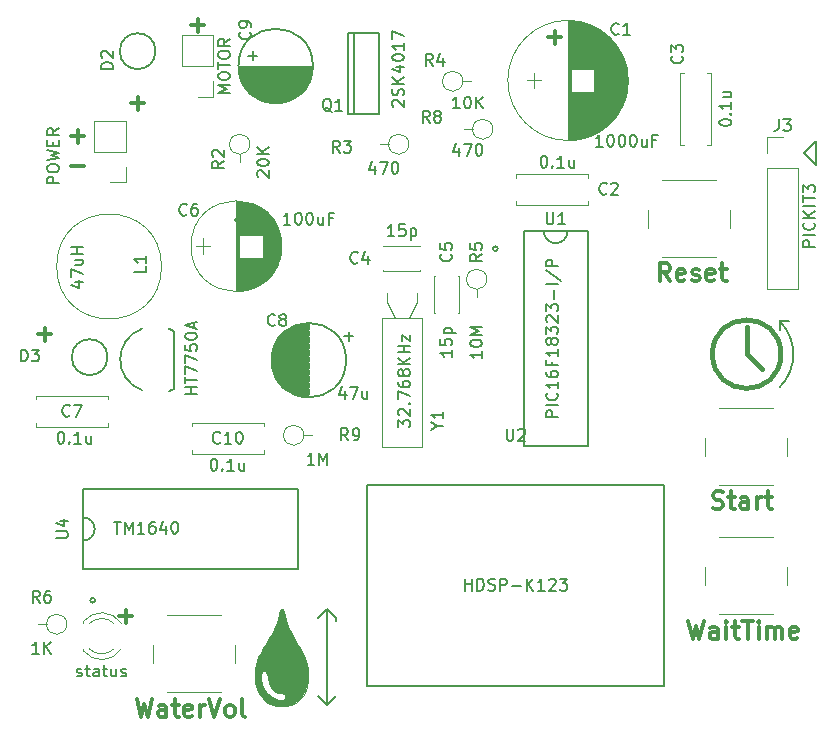
<source format=gto>
G04 #@! TF.FileFunction,Legend,Top*
%FSLAX46Y46*%
G04 Gerber Fmt 4.6, Leading zero omitted, Abs format (unit mm)*
G04 Created by KiCad (PCBNEW 4.0.7) date 06/25/18 21:51:06*
%MOMM*%
%LPD*%
G01*
G04 APERTURE LIST*
%ADD10C,0.150000*%
%ADD11C,0.200000*%
%ADD12C,0.400000*%
%ADD13C,0.300000*%
%ADD14C,0.120000*%
%ADD15C,0.010000*%
G04 APERTURE END LIST*
D10*
D11*
X96774000Y-56134000D02*
X97536000Y-56134000D01*
X96774000Y-56896000D02*
X96774000Y-56134000D01*
X96774000Y-56134000D02*
X96774000Y-56896000D01*
X96774000Y-61722000D02*
G75*
G03X96774000Y-56134000I-2794000J2794000D01*
G01*
X59182000Y-81280000D02*
X59182000Y-81534000D01*
X58420000Y-80518000D02*
X59182000Y-81280000D01*
X58420000Y-80518000D02*
X57658000Y-81280000D01*
X58420000Y-88646000D02*
X59182000Y-87884000D01*
X58420000Y-88646000D02*
X57658000Y-87884000D01*
X58420000Y-80518000D02*
X58420000Y-88646000D01*
D12*
X93980000Y-58928000D02*
X95250000Y-60198000D01*
X93980000Y-56642000D02*
X93980000Y-58928000D01*
X96876046Y-58928000D02*
G75*
G03X96876046Y-58928000I-2896046J0D01*
G01*
D13*
X46926572Y-31095143D02*
X48069429Y-31095143D01*
X47498000Y-31666571D02*
X47498000Y-30523714D01*
D11*
X99822000Y-42926000D02*
X98806000Y-41910000D01*
X99822000Y-40894000D02*
X99822000Y-42926000D01*
X98806000Y-41910000D02*
X99822000Y-40894000D01*
D13*
X51879428Y-47605143D02*
X50736571Y-47605143D01*
X51308000Y-48176571D02*
X51308000Y-47033714D01*
X33972572Y-57257143D02*
X35115429Y-57257143D01*
X34544000Y-57828571D02*
X34544000Y-56685714D01*
X40830572Y-81133143D02*
X41973429Y-81133143D01*
X41402000Y-81704571D02*
X41402000Y-80561714D01*
X77152572Y-32111143D02*
X78295429Y-32111143D01*
X77724000Y-32682571D02*
X77724000Y-31539714D01*
X41846572Y-37699143D02*
X42989429Y-37699143D01*
X42418000Y-38270571D02*
X42418000Y-37127714D01*
X36766572Y-43033143D02*
X37909429Y-43033143D01*
X36766572Y-40493143D02*
X37909429Y-40493143D01*
X37338000Y-41064571D02*
X37338000Y-39921714D01*
D10*
X87022000Y-69986000D02*
X61822000Y-69986000D01*
X61822000Y-69986000D02*
X61822000Y-86986000D01*
X61822000Y-86986000D02*
X87022000Y-86986000D01*
X87022000Y-86986000D02*
X87022000Y-69986000D01*
D14*
X72488000Y-39878000D02*
G75*
G03X72488000Y-39878000I-860000J0D01*
G01*
X70768000Y-39878000D02*
X70088000Y-39878000D01*
X91678000Y-80938000D02*
X96178000Y-80938000D01*
X90428000Y-76938000D02*
X90428000Y-78438000D01*
X96178000Y-74438000D02*
X91678000Y-74438000D01*
X97428000Y-78438000D02*
X97428000Y-76938000D01*
D10*
X38773000Y-73732000D02*
G75*
G03X37773000Y-72732000I-1000000J0D01*
G01*
X37773000Y-74732000D02*
G75*
G03X38773000Y-73732000I0J1000000D01*
G01*
X37773000Y-77097000D02*
X37773000Y-70367000D01*
X37773000Y-70367000D02*
X55953000Y-70367000D01*
X55953000Y-70367000D02*
X55953000Y-77097000D01*
X55953000Y-77097000D02*
X37773000Y-77097000D01*
X38808000Y-79767000D02*
G75*
G03X38808000Y-79767000I-200000J0D01*
G01*
X45492000Y-56976000D02*
X45492000Y-61876000D01*
X45036610Y-62081127D02*
G75*
G03X45492000Y-61876000I-944610J2705127D01*
G01*
X45479812Y-56971783D02*
G75*
G03X45042000Y-56776000I-1337812J-2404217D01*
G01*
X42800490Y-56773077D02*
G75*
G03X42792000Y-61976000I891510J-2602923D01*
G01*
D14*
X54620000Y-49784000D02*
G75*
G03X54620000Y-49784000I-3840000J0D01*
G01*
X50780000Y-45984000D02*
X50780000Y-53584000D01*
X50820000Y-45984000D02*
X50820000Y-53584000D01*
X50860000Y-45984000D02*
X50860000Y-53584000D01*
X50900000Y-45985000D02*
X50900000Y-53583000D01*
X50940000Y-45987000D02*
X50940000Y-53581000D01*
X50980000Y-45989000D02*
X50980000Y-53579000D01*
X51020000Y-45991000D02*
X51020000Y-53577000D01*
X51060000Y-45994000D02*
X51060000Y-48804000D01*
X51060000Y-50764000D02*
X51060000Y-53574000D01*
X51100000Y-45997000D02*
X51100000Y-48804000D01*
X51100000Y-50764000D02*
X51100000Y-53571000D01*
X51140000Y-46000000D02*
X51140000Y-48804000D01*
X51140000Y-50764000D02*
X51140000Y-53568000D01*
X51180000Y-46004000D02*
X51180000Y-48804000D01*
X51180000Y-50764000D02*
X51180000Y-53564000D01*
X51220000Y-46009000D02*
X51220000Y-48804000D01*
X51220000Y-50764000D02*
X51220000Y-53559000D01*
X51260000Y-46014000D02*
X51260000Y-48804000D01*
X51260000Y-50764000D02*
X51260000Y-53554000D01*
X51300000Y-46019000D02*
X51300000Y-48804000D01*
X51300000Y-50764000D02*
X51300000Y-53549000D01*
X51340000Y-46025000D02*
X51340000Y-48804000D01*
X51340000Y-50764000D02*
X51340000Y-53543000D01*
X51380000Y-46031000D02*
X51380000Y-48804000D01*
X51380000Y-50764000D02*
X51380000Y-53537000D01*
X51420000Y-46037000D02*
X51420000Y-48804000D01*
X51420000Y-50764000D02*
X51420000Y-53531000D01*
X51460000Y-46044000D02*
X51460000Y-48804000D01*
X51460000Y-50764000D02*
X51460000Y-53524000D01*
X51501000Y-46052000D02*
X51501000Y-48804000D01*
X51501000Y-50764000D02*
X51501000Y-53516000D01*
X51541000Y-46059000D02*
X51541000Y-48804000D01*
X51541000Y-50764000D02*
X51541000Y-53509000D01*
X51581000Y-46068000D02*
X51581000Y-48804000D01*
X51581000Y-50764000D02*
X51581000Y-53500000D01*
X51621000Y-46077000D02*
X51621000Y-48804000D01*
X51621000Y-50764000D02*
X51621000Y-53491000D01*
X51661000Y-46086000D02*
X51661000Y-48804000D01*
X51661000Y-50764000D02*
X51661000Y-53482000D01*
X51701000Y-46095000D02*
X51701000Y-48804000D01*
X51701000Y-50764000D02*
X51701000Y-53473000D01*
X51741000Y-46105000D02*
X51741000Y-48804000D01*
X51741000Y-50764000D02*
X51741000Y-53463000D01*
X51781000Y-46116000D02*
X51781000Y-48804000D01*
X51781000Y-50764000D02*
X51781000Y-53452000D01*
X51821000Y-46127000D02*
X51821000Y-48804000D01*
X51821000Y-50764000D02*
X51821000Y-53441000D01*
X51861000Y-46139000D02*
X51861000Y-48804000D01*
X51861000Y-50764000D02*
X51861000Y-53429000D01*
X51901000Y-46150000D02*
X51901000Y-48804000D01*
X51901000Y-50764000D02*
X51901000Y-53418000D01*
X51941000Y-46163000D02*
X51941000Y-48804000D01*
X51941000Y-50764000D02*
X51941000Y-53405000D01*
X51981000Y-46176000D02*
X51981000Y-48804000D01*
X51981000Y-50764000D02*
X51981000Y-53392000D01*
X52021000Y-46189000D02*
X52021000Y-48804000D01*
X52021000Y-50764000D02*
X52021000Y-53379000D01*
X52061000Y-46203000D02*
X52061000Y-48804000D01*
X52061000Y-50764000D02*
X52061000Y-53365000D01*
X52101000Y-46218000D02*
X52101000Y-48804000D01*
X52101000Y-50764000D02*
X52101000Y-53350000D01*
X52141000Y-46232000D02*
X52141000Y-48804000D01*
X52141000Y-50764000D02*
X52141000Y-53336000D01*
X52181000Y-46248000D02*
X52181000Y-48804000D01*
X52181000Y-50764000D02*
X52181000Y-53320000D01*
X52221000Y-46264000D02*
X52221000Y-48804000D01*
X52221000Y-50764000D02*
X52221000Y-53304000D01*
X52261000Y-46280000D02*
X52261000Y-48804000D01*
X52261000Y-50764000D02*
X52261000Y-53288000D01*
X52301000Y-46297000D02*
X52301000Y-48804000D01*
X52301000Y-50764000D02*
X52301000Y-53271000D01*
X52341000Y-46315000D02*
X52341000Y-48804000D01*
X52341000Y-50764000D02*
X52341000Y-53253000D01*
X52381000Y-46333000D02*
X52381000Y-48804000D01*
X52381000Y-50764000D02*
X52381000Y-53235000D01*
X52421000Y-46351000D02*
X52421000Y-48804000D01*
X52421000Y-50764000D02*
X52421000Y-53217000D01*
X52461000Y-46371000D02*
X52461000Y-48804000D01*
X52461000Y-50764000D02*
X52461000Y-53197000D01*
X52501000Y-46390000D02*
X52501000Y-48804000D01*
X52501000Y-50764000D02*
X52501000Y-53178000D01*
X52541000Y-46411000D02*
X52541000Y-48804000D01*
X52541000Y-50764000D02*
X52541000Y-53157000D01*
X52581000Y-46432000D02*
X52581000Y-48804000D01*
X52581000Y-50764000D02*
X52581000Y-53136000D01*
X52621000Y-46453000D02*
X52621000Y-48804000D01*
X52621000Y-50764000D02*
X52621000Y-53115000D01*
X52661000Y-46475000D02*
X52661000Y-48804000D01*
X52661000Y-50764000D02*
X52661000Y-53093000D01*
X52701000Y-46498000D02*
X52701000Y-48804000D01*
X52701000Y-50764000D02*
X52701000Y-53070000D01*
X52741000Y-46521000D02*
X52741000Y-48804000D01*
X52741000Y-50764000D02*
X52741000Y-53047000D01*
X52781000Y-46545000D02*
X52781000Y-48804000D01*
X52781000Y-50764000D02*
X52781000Y-53023000D01*
X52821000Y-46570000D02*
X52821000Y-48804000D01*
X52821000Y-50764000D02*
X52821000Y-52998000D01*
X52861000Y-46596000D02*
X52861000Y-48804000D01*
X52861000Y-50764000D02*
X52861000Y-52972000D01*
X52901000Y-46622000D02*
X52901000Y-48804000D01*
X52901000Y-50764000D02*
X52901000Y-52946000D01*
X52941000Y-46649000D02*
X52941000Y-48804000D01*
X52941000Y-50764000D02*
X52941000Y-52919000D01*
X52981000Y-46676000D02*
X52981000Y-48804000D01*
X52981000Y-50764000D02*
X52981000Y-52892000D01*
X53021000Y-46705000D02*
X53021000Y-52863000D01*
X53061000Y-46734000D02*
X53061000Y-52834000D01*
X53101000Y-46764000D02*
X53101000Y-52804000D01*
X53141000Y-46794000D02*
X53141000Y-52774000D01*
X53181000Y-46826000D02*
X53181000Y-52742000D01*
X53221000Y-46858000D02*
X53221000Y-52710000D01*
X53261000Y-46892000D02*
X53261000Y-52676000D01*
X53301000Y-46926000D02*
X53301000Y-52642000D01*
X53341000Y-46961000D02*
X53341000Y-52607000D01*
X53381000Y-46998000D02*
X53381000Y-52570000D01*
X53421000Y-47035000D02*
X53421000Y-52533000D01*
X53461000Y-47073000D02*
X53461000Y-52495000D01*
X53501000Y-47113000D02*
X53501000Y-52455000D01*
X53541000Y-47154000D02*
X53541000Y-52414000D01*
X53581000Y-47196000D02*
X53581000Y-52372000D01*
X53621000Y-47239000D02*
X53621000Y-52329000D01*
X53661000Y-47284000D02*
X53661000Y-52284000D01*
X53701000Y-47330000D02*
X53701000Y-52238000D01*
X53741000Y-47377000D02*
X53741000Y-52191000D01*
X53781000Y-47427000D02*
X53781000Y-52141000D01*
X53821000Y-47477000D02*
X53821000Y-52091000D01*
X53861000Y-47530000D02*
X53861000Y-52038000D01*
X53901000Y-47585000D02*
X53901000Y-51983000D01*
X53941000Y-47642000D02*
X53941000Y-51926000D01*
X53981000Y-47701000D02*
X53981000Y-51867000D01*
X54021000Y-47762000D02*
X54021000Y-51806000D01*
X54061000Y-47827000D02*
X54061000Y-51741000D01*
X54101000Y-47894000D02*
X54101000Y-51674000D01*
X54141000Y-47964000D02*
X54141000Y-51604000D01*
X54181000Y-48039000D02*
X54181000Y-51529000D01*
X54221000Y-48117000D02*
X54221000Y-51451000D01*
X54261000Y-48200000D02*
X54261000Y-51368000D01*
X54301000Y-48289000D02*
X54301000Y-51279000D01*
X54341000Y-48384000D02*
X54341000Y-51184000D01*
X54381000Y-48487000D02*
X54381000Y-51081000D01*
X54421000Y-48600000D02*
X54421000Y-50968000D01*
X54461000Y-48727000D02*
X54461000Y-50841000D01*
X54501000Y-48871000D02*
X54501000Y-50697000D01*
X54541000Y-49044000D02*
X54541000Y-50524000D01*
X54581000Y-49271000D02*
X54581000Y-50297000D01*
X47330000Y-49784000D02*
X48530000Y-49784000D01*
X47930000Y-49134000D02*
X47930000Y-50434000D01*
X91678000Y-70016000D02*
X96178000Y-70016000D01*
X90428000Y-66016000D02*
X90428000Y-67516000D01*
X96178000Y-63516000D02*
X91678000Y-63516000D01*
X97428000Y-67516000D02*
X97428000Y-66016000D01*
X44942000Y-87542000D02*
X49442000Y-87542000D01*
X43692000Y-83542000D02*
X43692000Y-85042000D01*
X49442000Y-81042000D02*
X44942000Y-81042000D01*
X50692000Y-85042000D02*
X50692000Y-83542000D01*
X83937000Y-35750500D02*
G75*
G03X83937000Y-35750500I-5090000J0D01*
G01*
X78847000Y-30700500D02*
X78847000Y-40800500D01*
X78887000Y-30700500D02*
X78887000Y-40800500D01*
X78927000Y-30700500D02*
X78927000Y-40800500D01*
X78967000Y-30701500D02*
X78967000Y-40799500D01*
X79007000Y-30702500D02*
X79007000Y-40798500D01*
X79047000Y-30703500D02*
X79047000Y-40797500D01*
X79087000Y-30705500D02*
X79087000Y-40795500D01*
X79127000Y-30707500D02*
X79127000Y-34770500D01*
X79127000Y-36730500D02*
X79127000Y-40793500D01*
X79167000Y-30710500D02*
X79167000Y-34770500D01*
X79167000Y-36730500D02*
X79167000Y-40790500D01*
X79207000Y-30712500D02*
X79207000Y-34770500D01*
X79207000Y-36730500D02*
X79207000Y-40788500D01*
X79247000Y-30715500D02*
X79247000Y-34770500D01*
X79247000Y-36730500D02*
X79247000Y-40785500D01*
X79287000Y-30719500D02*
X79287000Y-34770500D01*
X79287000Y-36730500D02*
X79287000Y-40781500D01*
X79327000Y-30722500D02*
X79327000Y-34770500D01*
X79327000Y-36730500D02*
X79327000Y-40778500D01*
X79367000Y-30726500D02*
X79367000Y-34770500D01*
X79367000Y-36730500D02*
X79367000Y-40774500D01*
X79407000Y-30730500D02*
X79407000Y-34770500D01*
X79407000Y-36730500D02*
X79407000Y-40770500D01*
X79447000Y-30735500D02*
X79447000Y-34770500D01*
X79447000Y-36730500D02*
X79447000Y-40765500D01*
X79487000Y-30740500D02*
X79487000Y-34770500D01*
X79487000Y-36730500D02*
X79487000Y-40760500D01*
X79527000Y-30745500D02*
X79527000Y-34770500D01*
X79527000Y-36730500D02*
X79527000Y-40755500D01*
X79568000Y-30751500D02*
X79568000Y-34770500D01*
X79568000Y-36730500D02*
X79568000Y-40749500D01*
X79608000Y-30757500D02*
X79608000Y-34770500D01*
X79608000Y-36730500D02*
X79608000Y-40743500D01*
X79648000Y-30763500D02*
X79648000Y-34770500D01*
X79648000Y-36730500D02*
X79648000Y-40737500D01*
X79688000Y-30769500D02*
X79688000Y-34770500D01*
X79688000Y-36730500D02*
X79688000Y-40731500D01*
X79728000Y-30776500D02*
X79728000Y-34770500D01*
X79728000Y-36730500D02*
X79728000Y-40724500D01*
X79768000Y-30783500D02*
X79768000Y-34770500D01*
X79768000Y-36730500D02*
X79768000Y-40717500D01*
X79808000Y-30791500D02*
X79808000Y-34770500D01*
X79808000Y-36730500D02*
X79808000Y-40709500D01*
X79848000Y-30799500D02*
X79848000Y-34770500D01*
X79848000Y-36730500D02*
X79848000Y-40701500D01*
X79888000Y-30807500D02*
X79888000Y-34770500D01*
X79888000Y-36730500D02*
X79888000Y-40693500D01*
X79928000Y-30815500D02*
X79928000Y-34770500D01*
X79928000Y-36730500D02*
X79928000Y-40685500D01*
X79968000Y-30824500D02*
X79968000Y-34770500D01*
X79968000Y-36730500D02*
X79968000Y-40676500D01*
X80008000Y-30833500D02*
X80008000Y-34770500D01*
X80008000Y-36730500D02*
X80008000Y-40667500D01*
X80048000Y-30843500D02*
X80048000Y-34770500D01*
X80048000Y-36730500D02*
X80048000Y-40657500D01*
X80088000Y-30853500D02*
X80088000Y-34770500D01*
X80088000Y-36730500D02*
X80088000Y-40647500D01*
X80128000Y-30863500D02*
X80128000Y-34770500D01*
X80128000Y-36730500D02*
X80128000Y-40637500D01*
X80168000Y-30874500D02*
X80168000Y-34770500D01*
X80168000Y-36730500D02*
X80168000Y-40626500D01*
X80208000Y-30885500D02*
X80208000Y-34770500D01*
X80208000Y-36730500D02*
X80208000Y-40615500D01*
X80248000Y-30896500D02*
X80248000Y-34770500D01*
X80248000Y-36730500D02*
X80248000Y-40604500D01*
X80288000Y-30907500D02*
X80288000Y-34770500D01*
X80288000Y-36730500D02*
X80288000Y-40593500D01*
X80328000Y-30919500D02*
X80328000Y-34770500D01*
X80328000Y-36730500D02*
X80328000Y-40581500D01*
X80368000Y-30932500D02*
X80368000Y-34770500D01*
X80368000Y-36730500D02*
X80368000Y-40568500D01*
X80408000Y-30944500D02*
X80408000Y-34770500D01*
X80408000Y-36730500D02*
X80408000Y-40556500D01*
X80448000Y-30958500D02*
X80448000Y-34770500D01*
X80448000Y-36730500D02*
X80448000Y-40542500D01*
X80488000Y-30971500D02*
X80488000Y-34770500D01*
X80488000Y-36730500D02*
X80488000Y-40529500D01*
X80528000Y-30985500D02*
X80528000Y-34770500D01*
X80528000Y-36730500D02*
X80528000Y-40515500D01*
X80568000Y-30999500D02*
X80568000Y-34770500D01*
X80568000Y-36730500D02*
X80568000Y-40501500D01*
X80608000Y-31013500D02*
X80608000Y-34770500D01*
X80608000Y-36730500D02*
X80608000Y-40487500D01*
X80648000Y-31028500D02*
X80648000Y-34770500D01*
X80648000Y-36730500D02*
X80648000Y-40472500D01*
X80688000Y-31044500D02*
X80688000Y-34770500D01*
X80688000Y-36730500D02*
X80688000Y-40456500D01*
X80728000Y-31059500D02*
X80728000Y-34770500D01*
X80728000Y-36730500D02*
X80728000Y-40441500D01*
X80768000Y-31076500D02*
X80768000Y-34770500D01*
X80768000Y-36730500D02*
X80768000Y-40424500D01*
X80808000Y-31092500D02*
X80808000Y-34770500D01*
X80808000Y-36730500D02*
X80808000Y-40408500D01*
X80848000Y-31109500D02*
X80848000Y-34770500D01*
X80848000Y-36730500D02*
X80848000Y-40391500D01*
X80888000Y-31126500D02*
X80888000Y-34770500D01*
X80888000Y-36730500D02*
X80888000Y-40374500D01*
X80928000Y-31144500D02*
X80928000Y-34770500D01*
X80928000Y-36730500D02*
X80928000Y-40356500D01*
X80968000Y-31162500D02*
X80968000Y-34770500D01*
X80968000Y-36730500D02*
X80968000Y-40338500D01*
X81008000Y-31181500D02*
X81008000Y-34770500D01*
X81008000Y-36730500D02*
X81008000Y-40319500D01*
X81048000Y-31200500D02*
X81048000Y-34770500D01*
X81048000Y-36730500D02*
X81048000Y-40300500D01*
X81088000Y-31219500D02*
X81088000Y-40281500D01*
X81128000Y-31239500D02*
X81128000Y-40261500D01*
X81168000Y-31259500D02*
X81168000Y-40241500D01*
X81208000Y-31280500D02*
X81208000Y-40220500D01*
X81248000Y-31301500D02*
X81248000Y-40199500D01*
X81288000Y-31322500D02*
X81288000Y-40178500D01*
X81328000Y-31345500D02*
X81328000Y-40155500D01*
X81368000Y-31367500D02*
X81368000Y-40133500D01*
X81408000Y-31390500D02*
X81408000Y-40110500D01*
X81448000Y-31414500D02*
X81448000Y-40086500D01*
X81488000Y-31438500D02*
X81488000Y-40062500D01*
X81528000Y-31462500D02*
X81528000Y-40038500D01*
X81568000Y-31487500D02*
X81568000Y-40013500D01*
X81608000Y-31513500D02*
X81608000Y-39987500D01*
X81648000Y-31539500D02*
X81648000Y-39961500D01*
X81688000Y-31565500D02*
X81688000Y-39935500D01*
X81728000Y-31593500D02*
X81728000Y-39907500D01*
X81768000Y-31620500D02*
X81768000Y-39880500D01*
X81808000Y-31649500D02*
X81808000Y-39851500D01*
X81848000Y-31678500D02*
X81848000Y-39822500D01*
X81888000Y-31707500D02*
X81888000Y-39793500D01*
X81928000Y-31737500D02*
X81928000Y-39763500D01*
X81968000Y-31768500D02*
X81968000Y-39732500D01*
X82008000Y-31799500D02*
X82008000Y-39701500D01*
X82048000Y-31831500D02*
X82048000Y-39669500D01*
X82088000Y-31864500D02*
X82088000Y-39636500D01*
X82128000Y-31897500D02*
X82128000Y-39603500D01*
X82168000Y-31931500D02*
X82168000Y-39569500D01*
X82208000Y-31966500D02*
X82208000Y-39534500D01*
X82248000Y-32002500D02*
X82248000Y-39498500D01*
X82288000Y-32038500D02*
X82288000Y-39462500D01*
X82328000Y-32075500D02*
X82328000Y-39425500D01*
X82368000Y-32113500D02*
X82368000Y-39387500D01*
X82408000Y-32152500D02*
X82408000Y-39348500D01*
X82448000Y-32191500D02*
X82448000Y-39309500D01*
X82488000Y-32232500D02*
X82488000Y-39268500D01*
X82528000Y-32273500D02*
X82528000Y-39227500D01*
X82568000Y-32315500D02*
X82568000Y-39185500D01*
X82608000Y-32359500D02*
X82608000Y-39141500D01*
X82648000Y-32403500D02*
X82648000Y-39097500D01*
X82688000Y-32448500D02*
X82688000Y-39052500D01*
X82728000Y-32495500D02*
X82728000Y-39005500D01*
X82768000Y-32543500D02*
X82768000Y-38957500D01*
X82808000Y-32592500D02*
X82808000Y-38908500D01*
X82848000Y-32642500D02*
X82848000Y-38858500D01*
X82888000Y-32693500D02*
X82888000Y-38807500D01*
X82928000Y-32746500D02*
X82928000Y-38754500D01*
X82968000Y-32801500D02*
X82968000Y-38699500D01*
X83008000Y-32856500D02*
X83008000Y-38644500D01*
X83048000Y-32914500D02*
X83048000Y-38586500D01*
X83088000Y-32973500D02*
X83088000Y-38527500D01*
X83128000Y-33035500D02*
X83128000Y-38465500D01*
X83168000Y-33098500D02*
X83168000Y-38402500D01*
X83208000Y-33163500D02*
X83208000Y-38337500D01*
X83248000Y-33231500D02*
X83248000Y-38269500D01*
X83288000Y-33301500D02*
X83288000Y-38199500D01*
X83328000Y-33373500D02*
X83328000Y-38127500D01*
X83368000Y-33449500D02*
X83368000Y-38051500D01*
X83408000Y-33528500D02*
X83408000Y-37972500D01*
X83448000Y-33610500D02*
X83448000Y-37890500D01*
X83488000Y-33697500D02*
X83488000Y-37803500D01*
X83528000Y-33788500D02*
X83528000Y-37712500D01*
X83568000Y-33884500D02*
X83568000Y-37616500D01*
X83608000Y-33987500D02*
X83608000Y-37513500D01*
X83648000Y-34096500D02*
X83648000Y-37404500D01*
X83688000Y-34214500D02*
X83688000Y-37286500D01*
X83728000Y-34343500D02*
X83728000Y-37157500D01*
X83768000Y-34485500D02*
X83768000Y-37015500D01*
X83808000Y-34646500D02*
X83808000Y-36854500D01*
X83848000Y-34837500D02*
X83848000Y-36663500D01*
X83888000Y-35078500D02*
X83888000Y-36422500D01*
X83928000Y-35471500D02*
X83928000Y-36029500D01*
X75397000Y-35750500D02*
X76597000Y-35750500D01*
X75997000Y-35100500D02*
X75997000Y-36400500D01*
X80560000Y-46310000D02*
X74440000Y-46310000D01*
X80560000Y-43690000D02*
X74440000Y-43690000D01*
X80560000Y-46310000D02*
X80560000Y-45996000D01*
X80560000Y-44004000D02*
X80560000Y-43690000D01*
X74440000Y-46310000D02*
X74440000Y-45996000D01*
X74440000Y-44004000D02*
X74440000Y-43690000D01*
X88352000Y-41200000D02*
X88352000Y-35080000D01*
X90972000Y-41200000D02*
X90972000Y-35080000D01*
X88352000Y-41200000D02*
X88666000Y-41200000D01*
X90658000Y-41200000D02*
X90972000Y-41200000D01*
X88352000Y-35080000D02*
X88666000Y-35080000D01*
X90658000Y-35080000D02*
X90972000Y-35080000D01*
X66350000Y-51860000D02*
X63230000Y-51860000D01*
X66350000Y-49740000D02*
X63230000Y-49740000D01*
X66350000Y-51860000D02*
X66350000Y-51796000D01*
X66350000Y-49804000D02*
X66350000Y-49740000D01*
X63230000Y-51860000D02*
X63230000Y-51796000D01*
X63230000Y-49804000D02*
X63230000Y-49740000D01*
X67520000Y-55428000D02*
X67520000Y-52308000D01*
X69640000Y-55428000D02*
X69640000Y-52308000D01*
X67520000Y-55428000D02*
X67584000Y-55428000D01*
X69576000Y-55428000D02*
X69640000Y-55428000D01*
X67520000Y-52308000D02*
X67584000Y-52308000D01*
X69576000Y-52308000D02*
X69640000Y-52308000D01*
X39930000Y-65064000D02*
X33810000Y-65064000D01*
X39930000Y-62444000D02*
X33810000Y-62444000D01*
X39930000Y-65064000D02*
X39930000Y-64750000D01*
X39930000Y-62758000D02*
X39930000Y-62444000D01*
X33810000Y-65064000D02*
X33810000Y-64750000D01*
X33810000Y-62758000D02*
X33810000Y-62444000D01*
D10*
X60066000Y-59436000D02*
G75*
G03X60066000Y-59436000I-3150000J0D01*
G01*
X56916000Y-59436000D02*
X53766000Y-59436000D01*
X56916000Y-59436000D02*
X53766000Y-59436000D01*
X56916000Y-59336000D02*
X53767588Y-59336000D01*
X56916000Y-59536000D02*
X53767588Y-59536000D01*
X56916000Y-59236000D02*
X53772356Y-59236000D01*
X56916000Y-59636000D02*
X53772356Y-59636000D01*
X56916000Y-59136000D02*
X53780318Y-59136000D01*
X56916000Y-59736000D02*
X53780318Y-59736000D01*
X56916000Y-59036000D02*
X53791500Y-59036000D01*
X56916000Y-59836000D02*
X53791500Y-59836000D01*
X56916000Y-58936000D02*
X53805936Y-58936000D01*
X56916000Y-59936000D02*
X53805936Y-59936000D01*
X56916000Y-58836000D02*
X53823671Y-58836000D01*
X56916000Y-60036000D02*
X53823671Y-60036000D01*
X56916000Y-58736000D02*
X53844762Y-58736000D01*
X56916000Y-60136000D02*
X53844762Y-60136000D01*
X56916000Y-58636000D02*
X53869280Y-58636000D01*
X56916000Y-60236000D02*
X53869280Y-60236000D01*
X56916000Y-58536000D02*
X53897308Y-58536000D01*
X56916000Y-60336000D02*
X53897308Y-60336000D01*
X56916000Y-58436000D02*
X53928945Y-58436000D01*
X56916000Y-60436000D02*
X53928945Y-60436000D01*
X56916000Y-58336000D02*
X53964306Y-58336000D01*
X56916000Y-60536000D02*
X53964306Y-60536000D01*
X56916000Y-58236000D02*
X54003527Y-58236000D01*
X56916000Y-60636000D02*
X54003527Y-60636000D01*
X56916000Y-58136000D02*
X54046767Y-58136000D01*
X56916000Y-60736000D02*
X54046767Y-60736000D01*
X56916000Y-58036000D02*
X54094210Y-58036000D01*
X56916000Y-60836000D02*
X54094210Y-60836000D01*
X56916000Y-57936000D02*
X54146072Y-57936000D01*
X56916000Y-60936000D02*
X54146072Y-60936000D01*
X56916000Y-57836000D02*
X54202607Y-57836000D01*
X56916000Y-61036000D02*
X54202607Y-61036000D01*
X56916000Y-57736000D02*
X54264114Y-57736000D01*
X56916000Y-61136000D02*
X54264114Y-61136000D01*
X56916000Y-57636000D02*
X54330947Y-57636000D01*
X56916000Y-61236000D02*
X54330947Y-61236000D01*
X56916000Y-57536000D02*
X54403531Y-57536000D01*
X56916000Y-61336000D02*
X54403531Y-61336000D01*
X56916000Y-57436000D02*
X54482381Y-57436000D01*
X56916000Y-61436000D02*
X54482381Y-61436000D01*
X56916000Y-57336000D02*
X54568129Y-57336000D01*
X56916000Y-61536000D02*
X54568129Y-61536000D01*
X56916000Y-57236000D02*
X54661560Y-57236000D01*
X56916000Y-61636000D02*
X54661560Y-61636000D01*
X56916000Y-57136000D02*
X54763676Y-57136000D01*
X56916000Y-61736000D02*
X54763676Y-61736000D01*
X56916000Y-57036000D02*
X54875779Y-57036000D01*
X56916000Y-61836000D02*
X54875779Y-61836000D01*
X56916000Y-56936000D02*
X54999623Y-56936000D01*
X56916000Y-61936000D02*
X54999623Y-61936000D01*
X56916000Y-56836000D02*
X55137658Y-56836000D01*
X56916000Y-62036000D02*
X55137658Y-62036000D01*
X56916000Y-56736000D02*
X55293502Y-56736000D01*
X56916000Y-62136000D02*
X55293502Y-62136000D01*
X56916000Y-56636000D02*
X55472913Y-56636000D01*
X56916000Y-62236000D02*
X55472913Y-62236000D01*
X56916000Y-56536000D02*
X55686163Y-56536000D01*
X56916000Y-62336000D02*
X55686163Y-62336000D01*
X56916000Y-56436000D02*
X55955531Y-56436000D01*
X56916000Y-62436000D02*
X55955531Y-62436000D01*
X56916000Y-56336000D02*
X56356983Y-56336000D01*
X56916000Y-62536000D02*
X56356983Y-62536000D01*
X57252000Y-34524000D02*
G75*
G03X57252000Y-34524000I-3150000J0D01*
G01*
X54102000Y-34524000D02*
X54102000Y-37674000D01*
X54102000Y-34524000D02*
X54102000Y-37674000D01*
X54002000Y-34524000D02*
X54002000Y-37672412D01*
X54202000Y-34524000D02*
X54202000Y-37672412D01*
X53902000Y-34524000D02*
X53902000Y-37667644D01*
X54302000Y-34524000D02*
X54302000Y-37667644D01*
X53802000Y-34524000D02*
X53802000Y-37659682D01*
X54402000Y-34524000D02*
X54402000Y-37659682D01*
X53702000Y-34524000D02*
X53702000Y-37648500D01*
X54502000Y-34524000D02*
X54502000Y-37648500D01*
X53602000Y-34524000D02*
X53602000Y-37634064D01*
X54602000Y-34524000D02*
X54602000Y-37634064D01*
X53502000Y-34524000D02*
X53502000Y-37616329D01*
X54702000Y-34524000D02*
X54702000Y-37616329D01*
X53402000Y-34524000D02*
X53402000Y-37595238D01*
X54802000Y-34524000D02*
X54802000Y-37595238D01*
X53302000Y-34524000D02*
X53302000Y-37570720D01*
X54902000Y-34524000D02*
X54902000Y-37570720D01*
X53202000Y-34524000D02*
X53202000Y-37542692D01*
X55002000Y-34524000D02*
X55002000Y-37542692D01*
X53102000Y-34524000D02*
X53102000Y-37511055D01*
X55102000Y-34524000D02*
X55102000Y-37511055D01*
X53002000Y-34524000D02*
X53002000Y-37475694D01*
X55202000Y-34524000D02*
X55202000Y-37475694D01*
X52902000Y-34524000D02*
X52902000Y-37436473D01*
X55302000Y-34524000D02*
X55302000Y-37436473D01*
X52802000Y-34524000D02*
X52802000Y-37393233D01*
X55402000Y-34524000D02*
X55402000Y-37393233D01*
X52702000Y-34524000D02*
X52702000Y-37345790D01*
X55502000Y-34524000D02*
X55502000Y-37345790D01*
X52602000Y-34524000D02*
X52602000Y-37293928D01*
X55602000Y-34524000D02*
X55602000Y-37293928D01*
X52502000Y-34524000D02*
X52502000Y-37237393D01*
X55702000Y-34524000D02*
X55702000Y-37237393D01*
X52402000Y-34524000D02*
X52402000Y-37175886D01*
X55802000Y-34524000D02*
X55802000Y-37175886D01*
X52302000Y-34524000D02*
X52302000Y-37109053D01*
X55902000Y-34524000D02*
X55902000Y-37109053D01*
X52202000Y-34524000D02*
X52202000Y-37036469D01*
X56002000Y-34524000D02*
X56002000Y-37036469D01*
X52102000Y-34524000D02*
X52102000Y-36957619D01*
X56102000Y-34524000D02*
X56102000Y-36957619D01*
X52002000Y-34524000D02*
X52002000Y-36871871D01*
X56202000Y-34524000D02*
X56202000Y-36871871D01*
X51902000Y-34524000D02*
X51902000Y-36778440D01*
X56302000Y-34524000D02*
X56302000Y-36778440D01*
X51802000Y-34524000D02*
X51802000Y-36676324D01*
X56402000Y-34524000D02*
X56402000Y-36676324D01*
X51702000Y-34524000D02*
X51702000Y-36564221D01*
X56502000Y-34524000D02*
X56502000Y-36564221D01*
X51602000Y-34524000D02*
X51602000Y-36440377D01*
X56602000Y-34524000D02*
X56602000Y-36440377D01*
X51502000Y-34524000D02*
X51502000Y-36302342D01*
X56702000Y-34524000D02*
X56702000Y-36302342D01*
X51402000Y-34524000D02*
X51402000Y-36146498D01*
X56802000Y-34524000D02*
X56802000Y-36146498D01*
X51302000Y-34524000D02*
X51302000Y-35967087D01*
X56902000Y-34524000D02*
X56902000Y-35967087D01*
X51202000Y-34524000D02*
X51202000Y-35753837D01*
X57002000Y-34524000D02*
X57002000Y-35753837D01*
X51102000Y-34524000D02*
X51102000Y-35484469D01*
X57102000Y-34524000D02*
X57102000Y-35484469D01*
X51002000Y-34524000D02*
X51002000Y-35083017D01*
X57202000Y-34524000D02*
X57202000Y-35083017D01*
X43932214Y-33274000D02*
G75*
G03X43932214Y-33274000I-1514214J0D01*
G01*
X39868214Y-59182000D02*
G75*
G03X39868214Y-59182000I-1514214J0D01*
G01*
D14*
X41398500Y-39183000D02*
X38738500Y-39183000D01*
X41398500Y-41783000D02*
X41398500Y-39183000D01*
X38738500Y-41783000D02*
X38738500Y-39183000D01*
X41398500Y-41783000D02*
X38738500Y-41783000D01*
X41398500Y-43053000D02*
X41398500Y-44383000D01*
X41398500Y-44383000D02*
X40068500Y-44383000D01*
X48828000Y-31944000D02*
X46168000Y-31944000D01*
X48828000Y-34544000D02*
X48828000Y-31944000D01*
X46168000Y-34544000D02*
X46168000Y-31944000D01*
X48828000Y-34544000D02*
X46168000Y-34544000D01*
X48828000Y-35814000D02*
X48828000Y-37144000D01*
X48828000Y-37144000D02*
X47498000Y-37144000D01*
X95698000Y-53400000D02*
X98358000Y-53400000D01*
X95698000Y-43180000D02*
X95698000Y-53400000D01*
X98358000Y-43180000D02*
X98358000Y-53400000D01*
X95698000Y-43180000D02*
X98358000Y-43180000D01*
X95698000Y-41910000D02*
X95698000Y-40580000D01*
X95698000Y-40580000D02*
X97028000Y-40580000D01*
X41042335Y-81725392D02*
G75*
G03X37810000Y-81568484I-1672335J-1078608D01*
G01*
X41042335Y-83882608D02*
G75*
G02X37810000Y-84039516I-1672335J1078608D01*
G01*
X40411130Y-81724163D02*
G75*
G03X38329039Y-81724000I-1041130J-1079837D01*
G01*
X40411130Y-83883837D02*
G75*
G02X38329039Y-83884000I-1041130J1079837D01*
G01*
X37810000Y-81568000D02*
X37810000Y-81724000D01*
X37810000Y-83884000D02*
X37810000Y-84040000D01*
D10*
X62865000Y-38615000D02*
X60195000Y-38615000D01*
X62865000Y-31715000D02*
X60195000Y-31715000D01*
X62865000Y-38615000D02*
X62865000Y-31715000D01*
X60195000Y-38615000D02*
X60195000Y-31715000D01*
X60695000Y-38615000D02*
X60695000Y-31715000D01*
D14*
X51914000Y-41148000D02*
G75*
G03X51914000Y-41148000I-860000J0D01*
G01*
X51054000Y-42008000D02*
X51054000Y-42688000D01*
X65376000Y-41148000D02*
G75*
G03X65376000Y-41148000I-860000J0D01*
G01*
X63656000Y-41148000D02*
X62976000Y-41148000D01*
X69948000Y-35814000D02*
G75*
G03X69948000Y-35814000I-860000J0D01*
G01*
X69948000Y-35814000D02*
X70628000Y-35814000D01*
X71980000Y-52578000D02*
G75*
G03X71980000Y-52578000I-860000J0D01*
G01*
X71120000Y-53438000D02*
X71120000Y-54118000D01*
X36420000Y-81788000D02*
G75*
G03X36420000Y-81788000I-860000J0D01*
G01*
X34700000Y-81788000D02*
X34020000Y-81788000D01*
X86852000Y-50712000D02*
X91352000Y-50712000D01*
X85602000Y-46712000D02*
X85602000Y-48212000D01*
X91352000Y-44212000D02*
X86852000Y-44212000D01*
X92602000Y-48212000D02*
X92602000Y-46712000D01*
D10*
X77810000Y-49530000D02*
G75*
G03X78810000Y-48530000I0J1000000D01*
G01*
X76810000Y-48530000D02*
G75*
G03X77810000Y-49530000I1000000J0D01*
G01*
X75100000Y-48530000D02*
X80520000Y-48530000D01*
X80520000Y-48530000D02*
X80520000Y-66710000D01*
X80520000Y-66710000D02*
X75100000Y-66710000D01*
X75100000Y-66710000D02*
X75100000Y-48530000D01*
X72900000Y-50000000D02*
G75*
G03X72900000Y-50000000I-200000J0D01*
G01*
D14*
X63070000Y-55886000D02*
X63070000Y-66786000D01*
X63070000Y-66786000D02*
X66470000Y-66786000D01*
X66470000Y-66786000D02*
X66470000Y-55886000D01*
X66470000Y-55886000D02*
X63070000Y-55886000D01*
X64170000Y-55886000D02*
X63500000Y-54486000D01*
X63500000Y-54486000D02*
X63500000Y-53786000D01*
X65370000Y-55886000D02*
X66040000Y-54486000D01*
X66040000Y-54486000D02*
X66040000Y-53786000D01*
X56486000Y-65786000D02*
G75*
G03X56486000Y-65786000I-860000J0D01*
G01*
X56486000Y-65786000D02*
X57166000Y-65786000D01*
X44440000Y-51500000D02*
G75*
G03X44440000Y-51500000I-4440000J0D01*
G01*
X53138000Y-67350000D02*
X47018000Y-67350000D01*
X53138000Y-64730000D02*
X47018000Y-64730000D01*
X53138000Y-67350000D02*
X53138000Y-67036000D01*
X53138000Y-65044000D02*
X53138000Y-64730000D01*
X47018000Y-67350000D02*
X47018000Y-67036000D01*
X47018000Y-65044000D02*
X47018000Y-64730000D01*
D15*
G36*
X54660919Y-80502306D02*
X54703171Y-80542476D01*
X54744266Y-80629683D01*
X54791713Y-80780503D01*
X54853022Y-81011509D01*
X54863191Y-81051400D01*
X54958013Y-81402803D01*
X55056689Y-81715723D01*
X55168301Y-82010182D01*
X55301929Y-82306208D01*
X55466655Y-82623826D01*
X55671559Y-82983060D01*
X55925723Y-83403936D01*
X55941948Y-83430305D01*
X56211997Y-83881818D01*
X56425374Y-84272178D01*
X56588803Y-84619629D01*
X56709004Y-84942415D01*
X56792700Y-85258780D01*
X56846613Y-85586967D01*
X56877466Y-85945220D01*
X56879021Y-85973495D01*
X56874063Y-86524582D01*
X56794594Y-87013129D01*
X56637177Y-87449203D01*
X56398369Y-87842871D01*
X56137857Y-88142645D01*
X55879074Y-88375189D01*
X55624413Y-88539239D01*
X55346839Y-88645897D01*
X55019320Y-88706264D01*
X54711600Y-88728365D01*
X54341844Y-88727872D01*
X54049191Y-88692920D01*
X53950831Y-88669343D01*
X53604117Y-88540239D01*
X53302946Y-88352567D01*
X53015973Y-88086468D01*
X52994892Y-88063609D01*
X52707537Y-87684644D01*
X52503346Y-87264139D01*
X52379871Y-86794270D01*
X52334665Y-86267214D01*
X52335626Y-86222501D01*
X52857380Y-86222501D01*
X52883974Y-86471369D01*
X52986444Y-86913871D01*
X53156788Y-87304252D01*
X53386766Y-87633958D01*
X53668138Y-87894435D01*
X53992661Y-88077128D01*
X54352096Y-88173482D01*
X54536340Y-88186570D01*
X54696812Y-88176444D01*
X54818429Y-88148169D01*
X54853840Y-88127840D01*
X54905067Y-88018544D01*
X54908362Y-87877670D01*
X54865081Y-87758797D01*
X54843931Y-87736024D01*
X54756231Y-87695407D01*
X54606583Y-87653887D01*
X54490683Y-87631250D01*
X54275979Y-87588772D01*
X54120892Y-87531033D01*
X53988240Y-87437135D01*
X53840842Y-87286181D01*
X53805129Y-87245951D01*
X53628852Y-86999157D01*
X53506665Y-86711836D01*
X53429518Y-86360333D01*
X53411399Y-86216992D01*
X53364914Y-85967489D01*
X53287703Y-85813016D01*
X53177103Y-85750958D01*
X53030452Y-85778698D01*
X52986903Y-85799860D01*
X52903768Y-85879488D01*
X52861282Y-86015878D01*
X52857380Y-86222501D01*
X52335626Y-86222501D01*
X52340978Y-85973495D01*
X52372355Y-85598796D01*
X52428901Y-85254951D01*
X52517479Y-84923315D01*
X52644951Y-84585247D01*
X52818181Y-84222102D01*
X53044031Y-83815239D01*
X53277652Y-83428912D01*
X53539196Y-82999461D01*
X53750088Y-82631202D01*
X53919745Y-82303387D01*
X54057586Y-81995268D01*
X54173027Y-81686098D01*
X54275487Y-81355127D01*
X54356808Y-81051400D01*
X54420670Y-80807780D01*
X54469613Y-80646679D01*
X54511148Y-80551522D01*
X54552783Y-80505736D01*
X54602029Y-80492745D01*
X54609999Y-80492600D01*
X54660919Y-80502306D01*
X54660919Y-80502306D01*
G37*
X54660919Y-80502306D02*
X54703171Y-80542476D01*
X54744266Y-80629683D01*
X54791713Y-80780503D01*
X54853022Y-81011509D01*
X54863191Y-81051400D01*
X54958013Y-81402803D01*
X55056689Y-81715723D01*
X55168301Y-82010182D01*
X55301929Y-82306208D01*
X55466655Y-82623826D01*
X55671559Y-82983060D01*
X55925723Y-83403936D01*
X55941948Y-83430305D01*
X56211997Y-83881818D01*
X56425374Y-84272178D01*
X56588803Y-84619629D01*
X56709004Y-84942415D01*
X56792700Y-85258780D01*
X56846613Y-85586967D01*
X56877466Y-85945220D01*
X56879021Y-85973495D01*
X56874063Y-86524582D01*
X56794594Y-87013129D01*
X56637177Y-87449203D01*
X56398369Y-87842871D01*
X56137857Y-88142645D01*
X55879074Y-88375189D01*
X55624413Y-88539239D01*
X55346839Y-88645897D01*
X55019320Y-88706264D01*
X54711600Y-88728365D01*
X54341844Y-88727872D01*
X54049191Y-88692920D01*
X53950831Y-88669343D01*
X53604117Y-88540239D01*
X53302946Y-88352567D01*
X53015973Y-88086468D01*
X52994892Y-88063609D01*
X52707537Y-87684644D01*
X52503346Y-87264139D01*
X52379871Y-86794270D01*
X52334665Y-86267214D01*
X52335626Y-86222501D01*
X52857380Y-86222501D01*
X52883974Y-86471369D01*
X52986444Y-86913871D01*
X53156788Y-87304252D01*
X53386766Y-87633958D01*
X53668138Y-87894435D01*
X53992661Y-88077128D01*
X54352096Y-88173482D01*
X54536340Y-88186570D01*
X54696812Y-88176444D01*
X54818429Y-88148169D01*
X54853840Y-88127840D01*
X54905067Y-88018544D01*
X54908362Y-87877670D01*
X54865081Y-87758797D01*
X54843931Y-87736024D01*
X54756231Y-87695407D01*
X54606583Y-87653887D01*
X54490683Y-87631250D01*
X54275979Y-87588772D01*
X54120892Y-87531033D01*
X53988240Y-87437135D01*
X53840842Y-87286181D01*
X53805129Y-87245951D01*
X53628852Y-86999157D01*
X53506665Y-86711836D01*
X53429518Y-86360333D01*
X53411399Y-86216992D01*
X53364914Y-85967489D01*
X53287703Y-85813016D01*
X53177103Y-85750958D01*
X53030452Y-85778698D01*
X52986903Y-85799860D01*
X52903768Y-85879488D01*
X52861282Y-86015878D01*
X52857380Y-86222501D01*
X52335626Y-86222501D01*
X52340978Y-85973495D01*
X52372355Y-85598796D01*
X52428901Y-85254951D01*
X52517479Y-84923315D01*
X52644951Y-84585247D01*
X52818181Y-84222102D01*
X53044031Y-83815239D01*
X53277652Y-83428912D01*
X53539196Y-82999461D01*
X53750088Y-82631202D01*
X53919745Y-82303387D01*
X54057586Y-81995268D01*
X54173027Y-81686098D01*
X54275487Y-81355127D01*
X54356808Y-81051400D01*
X54420670Y-80807780D01*
X54469613Y-80646679D01*
X54511148Y-80551522D01*
X54552783Y-80505736D01*
X54602029Y-80492745D01*
X54609999Y-80492600D01*
X54660919Y-80502306D01*
D10*
X73660095Y-65238381D02*
X73660095Y-66047905D01*
X73707714Y-66143143D01*
X73755333Y-66190762D01*
X73850571Y-66238381D01*
X74041048Y-66238381D01*
X74136286Y-66190762D01*
X74183905Y-66143143D01*
X74231524Y-66047905D01*
X74231524Y-65238381D01*
X74660095Y-65333619D02*
X74707714Y-65286000D01*
X74802952Y-65238381D01*
X75041048Y-65238381D01*
X75136286Y-65286000D01*
X75183905Y-65333619D01*
X75231524Y-65428857D01*
X75231524Y-65524095D01*
X75183905Y-65666952D01*
X74612476Y-66238381D01*
X75231524Y-66238381D01*
X70112476Y-78938381D02*
X70112476Y-77938381D01*
X70112476Y-78414571D02*
X70683905Y-78414571D01*
X70683905Y-78938381D02*
X70683905Y-77938381D01*
X71160095Y-78938381D02*
X71160095Y-77938381D01*
X71398190Y-77938381D01*
X71541048Y-77986000D01*
X71636286Y-78081238D01*
X71683905Y-78176476D01*
X71731524Y-78366952D01*
X71731524Y-78509810D01*
X71683905Y-78700286D01*
X71636286Y-78795524D01*
X71541048Y-78890762D01*
X71398190Y-78938381D01*
X71160095Y-78938381D01*
X72112476Y-78890762D02*
X72255333Y-78938381D01*
X72493429Y-78938381D01*
X72588667Y-78890762D01*
X72636286Y-78843143D01*
X72683905Y-78747905D01*
X72683905Y-78652667D01*
X72636286Y-78557429D01*
X72588667Y-78509810D01*
X72493429Y-78462190D01*
X72302952Y-78414571D01*
X72207714Y-78366952D01*
X72160095Y-78319333D01*
X72112476Y-78224095D01*
X72112476Y-78128857D01*
X72160095Y-78033619D01*
X72207714Y-77986000D01*
X72302952Y-77938381D01*
X72541048Y-77938381D01*
X72683905Y-77986000D01*
X73112476Y-78938381D02*
X73112476Y-77938381D01*
X73493429Y-77938381D01*
X73588667Y-77986000D01*
X73636286Y-78033619D01*
X73683905Y-78128857D01*
X73683905Y-78271714D01*
X73636286Y-78366952D01*
X73588667Y-78414571D01*
X73493429Y-78462190D01*
X73112476Y-78462190D01*
X74112476Y-78557429D02*
X74874381Y-78557429D01*
X75350571Y-78938381D02*
X75350571Y-77938381D01*
X75922000Y-78938381D02*
X75493428Y-78366952D01*
X75922000Y-77938381D02*
X75350571Y-78509810D01*
X76874381Y-78938381D02*
X76302952Y-78938381D01*
X76588666Y-78938381D02*
X76588666Y-77938381D01*
X76493428Y-78081238D01*
X76398190Y-78176476D01*
X76302952Y-78224095D01*
X77255333Y-78033619D02*
X77302952Y-77986000D01*
X77398190Y-77938381D01*
X77636286Y-77938381D01*
X77731524Y-77986000D01*
X77779143Y-78033619D01*
X77826762Y-78128857D01*
X77826762Y-78224095D01*
X77779143Y-78366952D01*
X77207714Y-78938381D01*
X77826762Y-78938381D01*
X78160095Y-77938381D02*
X78779143Y-77938381D01*
X78445809Y-78319333D01*
X78588667Y-78319333D01*
X78683905Y-78366952D01*
X78731524Y-78414571D01*
X78779143Y-78509810D01*
X78779143Y-78747905D01*
X78731524Y-78843143D01*
X78683905Y-78890762D01*
X78588667Y-78938381D01*
X78302952Y-78938381D01*
X78207714Y-78890762D01*
X78160095Y-78843143D01*
X67143334Y-39314381D02*
X66810000Y-38838190D01*
X66571905Y-39314381D02*
X66571905Y-38314381D01*
X66952858Y-38314381D01*
X67048096Y-38362000D01*
X67095715Y-38409619D01*
X67143334Y-38504857D01*
X67143334Y-38647714D01*
X67095715Y-38742952D01*
X67048096Y-38790571D01*
X66952858Y-38838190D01*
X66571905Y-38838190D01*
X67714762Y-38742952D02*
X67619524Y-38695333D01*
X67571905Y-38647714D01*
X67524286Y-38552476D01*
X67524286Y-38504857D01*
X67571905Y-38409619D01*
X67619524Y-38362000D01*
X67714762Y-38314381D01*
X67905239Y-38314381D01*
X68000477Y-38362000D01*
X68048096Y-38409619D01*
X68095715Y-38504857D01*
X68095715Y-38552476D01*
X68048096Y-38647714D01*
X68000477Y-38695333D01*
X67905239Y-38742952D01*
X67714762Y-38742952D01*
X67619524Y-38790571D01*
X67571905Y-38838190D01*
X67524286Y-38933429D01*
X67524286Y-39123905D01*
X67571905Y-39219143D01*
X67619524Y-39266762D01*
X67714762Y-39314381D01*
X67905239Y-39314381D01*
X68000477Y-39266762D01*
X68048096Y-39219143D01*
X68095715Y-39123905D01*
X68095715Y-38933429D01*
X68048096Y-38838190D01*
X68000477Y-38790571D01*
X67905239Y-38742952D01*
X69596096Y-41441714D02*
X69596096Y-42108381D01*
X69358000Y-41060762D02*
X69119905Y-41775048D01*
X69738953Y-41775048D01*
X70024667Y-41108381D02*
X70691334Y-41108381D01*
X70262762Y-42108381D01*
X71262762Y-41108381D02*
X71358001Y-41108381D01*
X71453239Y-41156000D01*
X71500858Y-41203619D01*
X71548477Y-41298857D01*
X71596096Y-41489333D01*
X71596096Y-41727429D01*
X71548477Y-41917905D01*
X71500858Y-42013143D01*
X71453239Y-42060762D01*
X71358001Y-42108381D01*
X71262762Y-42108381D01*
X71167524Y-42060762D01*
X71119905Y-42013143D01*
X71072286Y-41917905D01*
X71024667Y-41727429D01*
X71024667Y-41489333D01*
X71072286Y-41298857D01*
X71119905Y-41203619D01*
X71167524Y-41156000D01*
X71262762Y-41108381D01*
D13*
X89055429Y-81516571D02*
X89412572Y-83016571D01*
X89698286Y-81945143D01*
X89984000Y-83016571D01*
X90341143Y-81516571D01*
X91555429Y-83016571D02*
X91555429Y-82230857D01*
X91484000Y-82088000D01*
X91341143Y-82016571D01*
X91055429Y-82016571D01*
X90912572Y-82088000D01*
X91555429Y-82945143D02*
X91412572Y-83016571D01*
X91055429Y-83016571D01*
X90912572Y-82945143D01*
X90841143Y-82802286D01*
X90841143Y-82659429D01*
X90912572Y-82516571D01*
X91055429Y-82445143D01*
X91412572Y-82445143D01*
X91555429Y-82373714D01*
X92269715Y-83016571D02*
X92269715Y-82016571D01*
X92269715Y-81516571D02*
X92198286Y-81588000D01*
X92269715Y-81659429D01*
X92341143Y-81588000D01*
X92269715Y-81516571D01*
X92269715Y-81659429D01*
X92769715Y-82016571D02*
X93341144Y-82016571D01*
X92984001Y-81516571D02*
X92984001Y-82802286D01*
X93055429Y-82945143D01*
X93198287Y-83016571D01*
X93341144Y-83016571D01*
X93626858Y-81516571D02*
X94484001Y-81516571D01*
X94055430Y-83016571D02*
X94055430Y-81516571D01*
X94984001Y-83016571D02*
X94984001Y-82016571D01*
X94984001Y-81516571D02*
X94912572Y-81588000D01*
X94984001Y-81659429D01*
X95055429Y-81588000D01*
X94984001Y-81516571D01*
X94984001Y-81659429D01*
X95698287Y-83016571D02*
X95698287Y-82016571D01*
X95698287Y-82159429D02*
X95769715Y-82088000D01*
X95912573Y-82016571D01*
X96126858Y-82016571D01*
X96269715Y-82088000D01*
X96341144Y-82230857D01*
X96341144Y-83016571D01*
X96341144Y-82230857D02*
X96412573Y-82088000D01*
X96555430Y-82016571D01*
X96769715Y-82016571D01*
X96912573Y-82088000D01*
X96984001Y-82230857D01*
X96984001Y-83016571D01*
X98269715Y-82945143D02*
X98126858Y-83016571D01*
X97841144Y-83016571D01*
X97698287Y-82945143D01*
X97626858Y-82802286D01*
X97626858Y-82230857D01*
X97698287Y-82088000D01*
X97841144Y-82016571D01*
X98126858Y-82016571D01*
X98269715Y-82088000D01*
X98341144Y-82230857D01*
X98341144Y-82373714D01*
X97626858Y-82516571D01*
D10*
X35520381Y-74493905D02*
X36329905Y-74493905D01*
X36425143Y-74446286D01*
X36472762Y-74398667D01*
X36520381Y-74303429D01*
X36520381Y-74112952D01*
X36472762Y-74017714D01*
X36425143Y-73970095D01*
X36329905Y-73922476D01*
X35520381Y-73922476D01*
X35853714Y-73017714D02*
X36520381Y-73017714D01*
X35472762Y-73255810D02*
X36187048Y-73493905D01*
X36187048Y-72874857D01*
X40418095Y-73112381D02*
X40989524Y-73112381D01*
X40703809Y-74112381D02*
X40703809Y-73112381D01*
X41322857Y-74112381D02*
X41322857Y-73112381D01*
X41656191Y-73826667D01*
X41989524Y-73112381D01*
X41989524Y-74112381D01*
X42989524Y-74112381D02*
X42418095Y-74112381D01*
X42703809Y-74112381D02*
X42703809Y-73112381D01*
X42608571Y-73255238D01*
X42513333Y-73350476D01*
X42418095Y-73398095D01*
X43846667Y-73112381D02*
X43656190Y-73112381D01*
X43560952Y-73160000D01*
X43513333Y-73207619D01*
X43418095Y-73350476D01*
X43370476Y-73540952D01*
X43370476Y-73921905D01*
X43418095Y-74017143D01*
X43465714Y-74064762D01*
X43560952Y-74112381D01*
X43751429Y-74112381D01*
X43846667Y-74064762D01*
X43894286Y-74017143D01*
X43941905Y-73921905D01*
X43941905Y-73683810D01*
X43894286Y-73588571D01*
X43846667Y-73540952D01*
X43751429Y-73493333D01*
X43560952Y-73493333D01*
X43465714Y-73540952D01*
X43418095Y-73588571D01*
X43370476Y-73683810D01*
X44799048Y-73445714D02*
X44799048Y-74112381D01*
X44560952Y-73064762D02*
X44322857Y-73779048D01*
X44941905Y-73779048D01*
X45513333Y-73112381D02*
X45608572Y-73112381D01*
X45703810Y-73160000D01*
X45751429Y-73207619D01*
X45799048Y-73302857D01*
X45846667Y-73493333D01*
X45846667Y-73731429D01*
X45799048Y-73921905D01*
X45751429Y-74017143D01*
X45703810Y-74064762D01*
X45608572Y-74112381D01*
X45513333Y-74112381D01*
X45418095Y-74064762D01*
X45370476Y-74017143D01*
X45322857Y-73921905D01*
X45275238Y-73731429D01*
X45275238Y-73493333D01*
X45322857Y-73302857D01*
X45370476Y-73207619D01*
X45418095Y-73160000D01*
X45513333Y-73112381D01*
X47442381Y-62309000D02*
X46442381Y-62309000D01*
X46918571Y-62309000D02*
X46918571Y-61737571D01*
X47442381Y-61737571D02*
X46442381Y-61737571D01*
X46442381Y-61404238D02*
X46442381Y-60832809D01*
X47442381Y-61118524D02*
X46442381Y-61118524D01*
X46442381Y-60594714D02*
X46442381Y-59928047D01*
X47442381Y-60356619D01*
X46442381Y-59642333D02*
X46442381Y-58975666D01*
X47442381Y-59404238D01*
X46442381Y-58118523D02*
X46442381Y-58594714D01*
X46918571Y-58642333D01*
X46870952Y-58594714D01*
X46823333Y-58499476D01*
X46823333Y-58261380D01*
X46870952Y-58166142D01*
X46918571Y-58118523D01*
X47013810Y-58070904D01*
X47251905Y-58070904D01*
X47347143Y-58118523D01*
X47394762Y-58166142D01*
X47442381Y-58261380D01*
X47442381Y-58499476D01*
X47394762Y-58594714D01*
X47347143Y-58642333D01*
X46442381Y-57451857D02*
X46442381Y-57356618D01*
X46490000Y-57261380D01*
X46537619Y-57213761D01*
X46632857Y-57166142D01*
X46823333Y-57118523D01*
X47061429Y-57118523D01*
X47251905Y-57166142D01*
X47347143Y-57213761D01*
X47394762Y-57261380D01*
X47442381Y-57356618D01*
X47442381Y-57451857D01*
X47394762Y-57547095D01*
X47347143Y-57594714D01*
X47251905Y-57642333D01*
X47061429Y-57689952D01*
X46823333Y-57689952D01*
X46632857Y-57642333D01*
X46537619Y-57594714D01*
X46490000Y-57547095D01*
X46442381Y-57451857D01*
X47156667Y-56737571D02*
X47156667Y-56261380D01*
X47442381Y-56832809D02*
X46442381Y-56499476D01*
X47442381Y-56166142D01*
X46569334Y-47093143D02*
X46521715Y-47140762D01*
X46378858Y-47188381D01*
X46283620Y-47188381D01*
X46140762Y-47140762D01*
X46045524Y-47045524D01*
X45997905Y-46950286D01*
X45950286Y-46759810D01*
X45950286Y-46616952D01*
X45997905Y-46426476D01*
X46045524Y-46331238D01*
X46140762Y-46236000D01*
X46283620Y-46188381D01*
X46378858Y-46188381D01*
X46521715Y-46236000D01*
X46569334Y-46283619D01*
X47426477Y-46188381D02*
X47236000Y-46188381D01*
X47140762Y-46236000D01*
X47093143Y-46283619D01*
X46997905Y-46426476D01*
X46950286Y-46616952D01*
X46950286Y-46997905D01*
X46997905Y-47093143D01*
X47045524Y-47140762D01*
X47140762Y-47188381D01*
X47331239Y-47188381D01*
X47426477Y-47140762D01*
X47474096Y-47093143D01*
X47521715Y-46997905D01*
X47521715Y-46759810D01*
X47474096Y-46664571D01*
X47426477Y-46616952D01*
X47331239Y-46569333D01*
X47140762Y-46569333D01*
X47045524Y-46616952D01*
X46997905Y-46664571D01*
X46950286Y-46759810D01*
X55348381Y-47950381D02*
X54776952Y-47950381D01*
X55062666Y-47950381D02*
X55062666Y-46950381D01*
X54967428Y-47093238D01*
X54872190Y-47188476D01*
X54776952Y-47236095D01*
X55967428Y-46950381D02*
X56062667Y-46950381D01*
X56157905Y-46998000D01*
X56205524Y-47045619D01*
X56253143Y-47140857D01*
X56300762Y-47331333D01*
X56300762Y-47569429D01*
X56253143Y-47759905D01*
X56205524Y-47855143D01*
X56157905Y-47902762D01*
X56062667Y-47950381D01*
X55967428Y-47950381D01*
X55872190Y-47902762D01*
X55824571Y-47855143D01*
X55776952Y-47759905D01*
X55729333Y-47569429D01*
X55729333Y-47331333D01*
X55776952Y-47140857D01*
X55824571Y-47045619D01*
X55872190Y-46998000D01*
X55967428Y-46950381D01*
X56919809Y-46950381D02*
X57015048Y-46950381D01*
X57110286Y-46998000D01*
X57157905Y-47045619D01*
X57205524Y-47140857D01*
X57253143Y-47331333D01*
X57253143Y-47569429D01*
X57205524Y-47759905D01*
X57157905Y-47855143D01*
X57110286Y-47902762D01*
X57015048Y-47950381D01*
X56919809Y-47950381D01*
X56824571Y-47902762D01*
X56776952Y-47855143D01*
X56729333Y-47759905D01*
X56681714Y-47569429D01*
X56681714Y-47331333D01*
X56729333Y-47140857D01*
X56776952Y-47045619D01*
X56824571Y-46998000D01*
X56919809Y-46950381D01*
X58110286Y-47283714D02*
X58110286Y-47950381D01*
X57681714Y-47283714D02*
X57681714Y-47807524D01*
X57729333Y-47902762D01*
X57824571Y-47950381D01*
X57967429Y-47950381D01*
X58062667Y-47902762D01*
X58110286Y-47855143D01*
X58919810Y-47426571D02*
X58586476Y-47426571D01*
X58586476Y-47950381D02*
X58586476Y-46950381D01*
X59062667Y-46950381D01*
D13*
X91116429Y-71959643D02*
X91330715Y-72031071D01*
X91687858Y-72031071D01*
X91830715Y-71959643D01*
X91902144Y-71888214D01*
X91973572Y-71745357D01*
X91973572Y-71602500D01*
X91902144Y-71459643D01*
X91830715Y-71388214D01*
X91687858Y-71316786D01*
X91402144Y-71245357D01*
X91259286Y-71173929D01*
X91187858Y-71102500D01*
X91116429Y-70959643D01*
X91116429Y-70816786D01*
X91187858Y-70673929D01*
X91259286Y-70602500D01*
X91402144Y-70531071D01*
X91759286Y-70531071D01*
X91973572Y-70602500D01*
X92402143Y-71031071D02*
X92973572Y-71031071D01*
X92616429Y-70531071D02*
X92616429Y-71816786D01*
X92687857Y-71959643D01*
X92830715Y-72031071D01*
X92973572Y-72031071D01*
X94116429Y-72031071D02*
X94116429Y-71245357D01*
X94045000Y-71102500D01*
X93902143Y-71031071D01*
X93616429Y-71031071D01*
X93473572Y-71102500D01*
X94116429Y-71959643D02*
X93973572Y-72031071D01*
X93616429Y-72031071D01*
X93473572Y-71959643D01*
X93402143Y-71816786D01*
X93402143Y-71673929D01*
X93473572Y-71531071D01*
X93616429Y-71459643D01*
X93973572Y-71459643D01*
X94116429Y-71388214D01*
X94830715Y-72031071D02*
X94830715Y-71031071D01*
X94830715Y-71316786D02*
X94902143Y-71173929D01*
X94973572Y-71102500D01*
X95116429Y-71031071D01*
X95259286Y-71031071D01*
X95545000Y-71031071D02*
X96116429Y-71031071D01*
X95759286Y-70531071D02*
X95759286Y-71816786D01*
X95830714Y-71959643D01*
X95973572Y-72031071D01*
X96116429Y-72031071D01*
X42344572Y-88120571D02*
X42701715Y-89620571D01*
X42987429Y-88549143D01*
X43273143Y-89620571D01*
X43630286Y-88120571D01*
X44844572Y-89620571D02*
X44844572Y-88834857D01*
X44773143Y-88692000D01*
X44630286Y-88620571D01*
X44344572Y-88620571D01*
X44201715Y-88692000D01*
X44844572Y-89549143D02*
X44701715Y-89620571D01*
X44344572Y-89620571D01*
X44201715Y-89549143D01*
X44130286Y-89406286D01*
X44130286Y-89263429D01*
X44201715Y-89120571D01*
X44344572Y-89049143D01*
X44701715Y-89049143D01*
X44844572Y-88977714D01*
X45344572Y-88620571D02*
X45916001Y-88620571D01*
X45558858Y-88120571D02*
X45558858Y-89406286D01*
X45630286Y-89549143D01*
X45773144Y-89620571D01*
X45916001Y-89620571D01*
X46987429Y-89549143D02*
X46844572Y-89620571D01*
X46558858Y-89620571D01*
X46416001Y-89549143D01*
X46344572Y-89406286D01*
X46344572Y-88834857D01*
X46416001Y-88692000D01*
X46558858Y-88620571D01*
X46844572Y-88620571D01*
X46987429Y-88692000D01*
X47058858Y-88834857D01*
X47058858Y-88977714D01*
X46344572Y-89120571D01*
X47701715Y-89620571D02*
X47701715Y-88620571D01*
X47701715Y-88906286D02*
X47773143Y-88763429D01*
X47844572Y-88692000D01*
X47987429Y-88620571D01*
X48130286Y-88620571D01*
X48416000Y-88120571D02*
X48916000Y-89620571D01*
X49416000Y-88120571D01*
X50130286Y-89620571D02*
X49987428Y-89549143D01*
X49916000Y-89477714D01*
X49844571Y-89334857D01*
X49844571Y-88906286D01*
X49916000Y-88763429D01*
X49987428Y-88692000D01*
X50130286Y-88620571D01*
X50344571Y-88620571D01*
X50487428Y-88692000D01*
X50558857Y-88763429D01*
X50630286Y-88906286D01*
X50630286Y-89334857D01*
X50558857Y-89477714D01*
X50487428Y-89549143D01*
X50344571Y-89620571D01*
X50130286Y-89620571D01*
X51487429Y-89620571D02*
X51344571Y-89549143D01*
X51273143Y-89406286D01*
X51273143Y-88120571D01*
D10*
X83145334Y-31789643D02*
X83097715Y-31837262D01*
X82954858Y-31884881D01*
X82859620Y-31884881D01*
X82716762Y-31837262D01*
X82621524Y-31742024D01*
X82573905Y-31646786D01*
X82526286Y-31456310D01*
X82526286Y-31313452D01*
X82573905Y-31122976D01*
X82621524Y-31027738D01*
X82716762Y-30932500D01*
X82859620Y-30884881D01*
X82954858Y-30884881D01*
X83097715Y-30932500D01*
X83145334Y-30980119D01*
X84097715Y-31884881D02*
X83526286Y-31884881D01*
X83812000Y-31884881D02*
X83812000Y-30884881D01*
X83716762Y-31027738D01*
X83621524Y-31122976D01*
X83526286Y-31170595D01*
X81796191Y-41346381D02*
X81224762Y-41346381D01*
X81510476Y-41346381D02*
X81510476Y-40346381D01*
X81415238Y-40489238D01*
X81320000Y-40584476D01*
X81224762Y-40632095D01*
X82415238Y-40346381D02*
X82510477Y-40346381D01*
X82605715Y-40394000D01*
X82653334Y-40441619D01*
X82700953Y-40536857D01*
X82748572Y-40727333D01*
X82748572Y-40965429D01*
X82700953Y-41155905D01*
X82653334Y-41251143D01*
X82605715Y-41298762D01*
X82510477Y-41346381D01*
X82415238Y-41346381D01*
X82320000Y-41298762D01*
X82272381Y-41251143D01*
X82224762Y-41155905D01*
X82177143Y-40965429D01*
X82177143Y-40727333D01*
X82224762Y-40536857D01*
X82272381Y-40441619D01*
X82320000Y-40394000D01*
X82415238Y-40346381D01*
X83367619Y-40346381D02*
X83462858Y-40346381D01*
X83558096Y-40394000D01*
X83605715Y-40441619D01*
X83653334Y-40536857D01*
X83700953Y-40727333D01*
X83700953Y-40965429D01*
X83653334Y-41155905D01*
X83605715Y-41251143D01*
X83558096Y-41298762D01*
X83462858Y-41346381D01*
X83367619Y-41346381D01*
X83272381Y-41298762D01*
X83224762Y-41251143D01*
X83177143Y-41155905D01*
X83129524Y-40965429D01*
X83129524Y-40727333D01*
X83177143Y-40536857D01*
X83224762Y-40441619D01*
X83272381Y-40394000D01*
X83367619Y-40346381D01*
X84320000Y-40346381D02*
X84415239Y-40346381D01*
X84510477Y-40394000D01*
X84558096Y-40441619D01*
X84605715Y-40536857D01*
X84653334Y-40727333D01*
X84653334Y-40965429D01*
X84605715Y-41155905D01*
X84558096Y-41251143D01*
X84510477Y-41298762D01*
X84415239Y-41346381D01*
X84320000Y-41346381D01*
X84224762Y-41298762D01*
X84177143Y-41251143D01*
X84129524Y-41155905D01*
X84081905Y-40965429D01*
X84081905Y-40727333D01*
X84129524Y-40536857D01*
X84177143Y-40441619D01*
X84224762Y-40394000D01*
X84320000Y-40346381D01*
X85510477Y-40679714D02*
X85510477Y-41346381D01*
X85081905Y-40679714D02*
X85081905Y-41203524D01*
X85129524Y-41298762D01*
X85224762Y-41346381D01*
X85367620Y-41346381D01*
X85462858Y-41298762D01*
X85510477Y-41251143D01*
X86320001Y-40822571D02*
X85986667Y-40822571D01*
X85986667Y-41346381D02*
X85986667Y-40346381D01*
X86462858Y-40346381D01*
X82129334Y-45315143D02*
X82081715Y-45362762D01*
X81938858Y-45410381D01*
X81843620Y-45410381D01*
X81700762Y-45362762D01*
X81605524Y-45267524D01*
X81557905Y-45172286D01*
X81510286Y-44981810D01*
X81510286Y-44838952D01*
X81557905Y-44648476D01*
X81605524Y-44553238D01*
X81700762Y-44458000D01*
X81843620Y-44410381D01*
X81938858Y-44410381D01*
X82081715Y-44458000D01*
X82129334Y-44505619D01*
X82510286Y-44505619D02*
X82557905Y-44458000D01*
X82653143Y-44410381D01*
X82891239Y-44410381D01*
X82986477Y-44458000D01*
X83034096Y-44505619D01*
X83081715Y-44600857D01*
X83081715Y-44696095D01*
X83034096Y-44838952D01*
X82462667Y-45410381D01*
X83081715Y-45410381D01*
X76763714Y-42124381D02*
X76858953Y-42124381D01*
X76954191Y-42172000D01*
X77001810Y-42219619D01*
X77049429Y-42314857D01*
X77097048Y-42505333D01*
X77097048Y-42743429D01*
X77049429Y-42933905D01*
X77001810Y-43029143D01*
X76954191Y-43076762D01*
X76858953Y-43124381D01*
X76763714Y-43124381D01*
X76668476Y-43076762D01*
X76620857Y-43029143D01*
X76573238Y-42933905D01*
X76525619Y-42743429D01*
X76525619Y-42505333D01*
X76573238Y-42314857D01*
X76620857Y-42219619D01*
X76668476Y-42172000D01*
X76763714Y-42124381D01*
X77525619Y-43029143D02*
X77573238Y-43076762D01*
X77525619Y-43124381D01*
X77478000Y-43076762D01*
X77525619Y-43029143D01*
X77525619Y-43124381D01*
X78525619Y-43124381D02*
X77954190Y-43124381D01*
X78239904Y-43124381D02*
X78239904Y-42124381D01*
X78144666Y-42267238D01*
X78049428Y-42362476D01*
X77954190Y-42410095D01*
X79382762Y-42457714D02*
X79382762Y-43124381D01*
X78954190Y-42457714D02*
X78954190Y-42981524D01*
X79001809Y-43076762D01*
X79097047Y-43124381D01*
X79239905Y-43124381D01*
X79335143Y-43076762D01*
X79382762Y-43029143D01*
X88495143Y-33694666D02*
X88542762Y-33742285D01*
X88590381Y-33885142D01*
X88590381Y-33980380D01*
X88542762Y-34123238D01*
X88447524Y-34218476D01*
X88352286Y-34266095D01*
X88161810Y-34313714D01*
X88018952Y-34313714D01*
X87828476Y-34266095D01*
X87733238Y-34218476D01*
X87638000Y-34123238D01*
X87590381Y-33980380D01*
X87590381Y-33885142D01*
X87638000Y-33742285D01*
X87685619Y-33694666D01*
X87590381Y-33361333D02*
X87590381Y-32742285D01*
X87971333Y-33075619D01*
X87971333Y-32932761D01*
X88018952Y-32837523D01*
X88066571Y-32789904D01*
X88161810Y-32742285D01*
X88399905Y-32742285D01*
X88495143Y-32789904D01*
X88542762Y-32837523D01*
X88590381Y-32932761D01*
X88590381Y-33218476D01*
X88542762Y-33313714D01*
X88495143Y-33361333D01*
X91674381Y-39354286D02*
X91674381Y-39259047D01*
X91722000Y-39163809D01*
X91769619Y-39116190D01*
X91864857Y-39068571D01*
X92055333Y-39020952D01*
X92293429Y-39020952D01*
X92483905Y-39068571D01*
X92579143Y-39116190D01*
X92626762Y-39163809D01*
X92674381Y-39259047D01*
X92674381Y-39354286D01*
X92626762Y-39449524D01*
X92579143Y-39497143D01*
X92483905Y-39544762D01*
X92293429Y-39592381D01*
X92055333Y-39592381D01*
X91864857Y-39544762D01*
X91769619Y-39497143D01*
X91722000Y-39449524D01*
X91674381Y-39354286D01*
X92579143Y-38592381D02*
X92626762Y-38544762D01*
X92674381Y-38592381D01*
X92626762Y-38640000D01*
X92579143Y-38592381D01*
X92674381Y-38592381D01*
X92674381Y-37592381D02*
X92674381Y-38163810D01*
X92674381Y-37878096D02*
X91674381Y-37878096D01*
X91817238Y-37973334D01*
X91912476Y-38068572D01*
X91960095Y-38163810D01*
X92007714Y-36735238D02*
X92674381Y-36735238D01*
X92007714Y-37163810D02*
X92531524Y-37163810D01*
X92626762Y-37116191D01*
X92674381Y-37020953D01*
X92674381Y-36878095D01*
X92626762Y-36782857D01*
X92579143Y-36735238D01*
X61047334Y-51157143D02*
X60999715Y-51204762D01*
X60856858Y-51252381D01*
X60761620Y-51252381D01*
X60618762Y-51204762D01*
X60523524Y-51109524D01*
X60475905Y-51014286D01*
X60428286Y-50823810D01*
X60428286Y-50680952D01*
X60475905Y-50490476D01*
X60523524Y-50395238D01*
X60618762Y-50300000D01*
X60761620Y-50252381D01*
X60856858Y-50252381D01*
X60999715Y-50300000D01*
X61047334Y-50347619D01*
X61904477Y-50585714D02*
X61904477Y-51252381D01*
X61666381Y-50204762D02*
X61428286Y-50919048D01*
X62047334Y-50919048D01*
X64147143Y-48942381D02*
X63575714Y-48942381D01*
X63861428Y-48942381D02*
X63861428Y-47942381D01*
X63766190Y-48085238D01*
X63670952Y-48180476D01*
X63575714Y-48228095D01*
X65051905Y-47942381D02*
X64575714Y-47942381D01*
X64528095Y-48418571D01*
X64575714Y-48370952D01*
X64670952Y-48323333D01*
X64909048Y-48323333D01*
X65004286Y-48370952D01*
X65051905Y-48418571D01*
X65099524Y-48513810D01*
X65099524Y-48751905D01*
X65051905Y-48847143D01*
X65004286Y-48894762D01*
X64909048Y-48942381D01*
X64670952Y-48942381D01*
X64575714Y-48894762D01*
X64528095Y-48847143D01*
X65528095Y-48275714D02*
X65528095Y-49275714D01*
X65528095Y-48323333D02*
X65623333Y-48275714D01*
X65813810Y-48275714D01*
X65909048Y-48323333D01*
X65956667Y-48370952D01*
X66004286Y-48466190D01*
X66004286Y-48751905D01*
X65956667Y-48847143D01*
X65909048Y-48894762D01*
X65813810Y-48942381D01*
X65623333Y-48942381D01*
X65528095Y-48894762D01*
X68937143Y-50458666D02*
X68984762Y-50506285D01*
X69032381Y-50649142D01*
X69032381Y-50744380D01*
X68984762Y-50887238D01*
X68889524Y-50982476D01*
X68794286Y-51030095D01*
X68603810Y-51077714D01*
X68460952Y-51077714D01*
X68270476Y-51030095D01*
X68175238Y-50982476D01*
X68080000Y-50887238D01*
X68032381Y-50744380D01*
X68032381Y-50649142D01*
X68080000Y-50506285D01*
X68127619Y-50458666D01*
X68032381Y-49553904D02*
X68032381Y-50030095D01*
X68508571Y-50077714D01*
X68460952Y-50030095D01*
X68413333Y-49934857D01*
X68413333Y-49696761D01*
X68460952Y-49601523D01*
X68508571Y-49553904D01*
X68603810Y-49506285D01*
X68841905Y-49506285D01*
X68937143Y-49553904D01*
X68984762Y-49601523D01*
X69032381Y-49696761D01*
X69032381Y-49934857D01*
X68984762Y-50030095D01*
X68937143Y-50077714D01*
X69032381Y-58554857D02*
X69032381Y-59126286D01*
X69032381Y-58840572D02*
X68032381Y-58840572D01*
X68175238Y-58935810D01*
X68270476Y-59031048D01*
X68318095Y-59126286D01*
X68032381Y-57650095D02*
X68032381Y-58126286D01*
X68508571Y-58173905D01*
X68460952Y-58126286D01*
X68413333Y-58031048D01*
X68413333Y-57792952D01*
X68460952Y-57697714D01*
X68508571Y-57650095D01*
X68603810Y-57602476D01*
X68841905Y-57602476D01*
X68937143Y-57650095D01*
X68984762Y-57697714D01*
X69032381Y-57792952D01*
X69032381Y-58031048D01*
X68984762Y-58126286D01*
X68937143Y-58173905D01*
X68365714Y-57173905D02*
X69365714Y-57173905D01*
X68413333Y-57173905D02*
X68365714Y-57078667D01*
X68365714Y-56888190D01*
X68413333Y-56792952D01*
X68460952Y-56745333D01*
X68556190Y-56697714D01*
X68841905Y-56697714D01*
X68937143Y-56745333D01*
X68984762Y-56792952D01*
X69032381Y-56888190D01*
X69032381Y-57078667D01*
X68984762Y-57173905D01*
X36663334Y-64111143D02*
X36615715Y-64158762D01*
X36472858Y-64206381D01*
X36377620Y-64206381D01*
X36234762Y-64158762D01*
X36139524Y-64063524D01*
X36091905Y-63968286D01*
X36044286Y-63777810D01*
X36044286Y-63634952D01*
X36091905Y-63444476D01*
X36139524Y-63349238D01*
X36234762Y-63254000D01*
X36377620Y-63206381D01*
X36472858Y-63206381D01*
X36615715Y-63254000D01*
X36663334Y-63301619D01*
X36996667Y-63206381D02*
X37663334Y-63206381D01*
X37234762Y-64206381D01*
X35869714Y-65492381D02*
X35964953Y-65492381D01*
X36060191Y-65540000D01*
X36107810Y-65587619D01*
X36155429Y-65682857D01*
X36203048Y-65873333D01*
X36203048Y-66111429D01*
X36155429Y-66301905D01*
X36107810Y-66397143D01*
X36060191Y-66444762D01*
X35964953Y-66492381D01*
X35869714Y-66492381D01*
X35774476Y-66444762D01*
X35726857Y-66397143D01*
X35679238Y-66301905D01*
X35631619Y-66111429D01*
X35631619Y-65873333D01*
X35679238Y-65682857D01*
X35726857Y-65587619D01*
X35774476Y-65540000D01*
X35869714Y-65492381D01*
X36631619Y-66397143D02*
X36679238Y-66444762D01*
X36631619Y-66492381D01*
X36584000Y-66444762D01*
X36631619Y-66397143D01*
X36631619Y-66492381D01*
X37631619Y-66492381D02*
X37060190Y-66492381D01*
X37345904Y-66492381D02*
X37345904Y-65492381D01*
X37250666Y-65635238D01*
X37155428Y-65730476D01*
X37060190Y-65778095D01*
X38488762Y-65825714D02*
X38488762Y-66492381D01*
X38060190Y-65825714D02*
X38060190Y-66349524D01*
X38107809Y-66444762D01*
X38203047Y-66492381D01*
X38345905Y-66492381D01*
X38441143Y-66444762D01*
X38488762Y-66397143D01*
X54037334Y-56435143D02*
X53989715Y-56482762D01*
X53846858Y-56530381D01*
X53751620Y-56530381D01*
X53608762Y-56482762D01*
X53513524Y-56387524D01*
X53465905Y-56292286D01*
X53418286Y-56101810D01*
X53418286Y-55958952D01*
X53465905Y-55768476D01*
X53513524Y-55673238D01*
X53608762Y-55578000D01*
X53751620Y-55530381D01*
X53846858Y-55530381D01*
X53989715Y-55578000D01*
X54037334Y-55625619D01*
X54608762Y-55958952D02*
X54513524Y-55911333D01*
X54465905Y-55863714D01*
X54418286Y-55768476D01*
X54418286Y-55720857D01*
X54465905Y-55625619D01*
X54513524Y-55578000D01*
X54608762Y-55530381D01*
X54799239Y-55530381D01*
X54894477Y-55578000D01*
X54942096Y-55625619D01*
X54989715Y-55720857D01*
X54989715Y-55768476D01*
X54942096Y-55863714D01*
X54894477Y-55911333D01*
X54799239Y-55958952D01*
X54608762Y-55958952D01*
X54513524Y-56006571D01*
X54465905Y-56054190D01*
X54418286Y-56149429D01*
X54418286Y-56339905D01*
X54465905Y-56435143D01*
X54513524Y-56482762D01*
X54608762Y-56530381D01*
X54799239Y-56530381D01*
X54894477Y-56482762D01*
X54942096Y-56435143D01*
X54989715Y-56339905D01*
X54989715Y-56149429D01*
X54942096Y-56054190D01*
X54894477Y-56006571D01*
X54799239Y-55958952D01*
X59967905Y-62015714D02*
X59967905Y-62682381D01*
X59729809Y-61634762D02*
X59491714Y-62349048D01*
X60110762Y-62349048D01*
X60396476Y-61682381D02*
X61063143Y-61682381D01*
X60634571Y-62682381D01*
X61872667Y-62015714D02*
X61872667Y-62682381D01*
X61444095Y-62015714D02*
X61444095Y-62539524D01*
X61491714Y-62634762D01*
X61586952Y-62682381D01*
X61729810Y-62682381D01*
X61825048Y-62634762D01*
X61872667Y-62587143D01*
X59919048Y-57419429D02*
X60680953Y-57419429D01*
X60300001Y-57800381D02*
X60300001Y-57038476D01*
X51919143Y-31662666D02*
X51966762Y-31710285D01*
X52014381Y-31853142D01*
X52014381Y-31948380D01*
X51966762Y-32091238D01*
X51871524Y-32186476D01*
X51776286Y-32234095D01*
X51585810Y-32281714D01*
X51442952Y-32281714D01*
X51252476Y-32234095D01*
X51157238Y-32186476D01*
X51062000Y-32091238D01*
X51014381Y-31948380D01*
X51014381Y-31853142D01*
X51062000Y-31710285D01*
X51109619Y-31662666D01*
X52014381Y-31186476D02*
X52014381Y-30996000D01*
X51966762Y-30900761D01*
X51919143Y-30853142D01*
X51776286Y-30757904D01*
X51585810Y-30710285D01*
X51204857Y-30710285D01*
X51109619Y-30757904D01*
X51062000Y-30805523D01*
X51014381Y-30900761D01*
X51014381Y-31091238D01*
X51062000Y-31186476D01*
X51109619Y-31234095D01*
X51204857Y-31281714D01*
X51442952Y-31281714D01*
X51538190Y-31234095D01*
X51585810Y-31186476D01*
X51633429Y-31091238D01*
X51633429Y-30900761D01*
X51585810Y-30805523D01*
X51538190Y-30757904D01*
X51442952Y-30710285D01*
X52141429Y-34035952D02*
X52141429Y-33274047D01*
X52522381Y-33654999D02*
X51760476Y-33654999D01*
X40330381Y-34774095D02*
X39330381Y-34774095D01*
X39330381Y-34536000D01*
X39378000Y-34393142D01*
X39473238Y-34297904D01*
X39568476Y-34250285D01*
X39758952Y-34202666D01*
X39901810Y-34202666D01*
X40092286Y-34250285D01*
X40187524Y-34297904D01*
X40282762Y-34393142D01*
X40330381Y-34536000D01*
X40330381Y-34774095D01*
X39425619Y-33821714D02*
X39378000Y-33774095D01*
X39330381Y-33678857D01*
X39330381Y-33440761D01*
X39378000Y-33345523D01*
X39425619Y-33297904D01*
X39520857Y-33250285D01*
X39616095Y-33250285D01*
X39758952Y-33297904D01*
X40330381Y-33869333D01*
X40330381Y-33250285D01*
X32524905Y-59546881D02*
X32524905Y-58546881D01*
X32763000Y-58546881D01*
X32905858Y-58594500D01*
X33001096Y-58689738D01*
X33048715Y-58784976D01*
X33096334Y-58975452D01*
X33096334Y-59118310D01*
X33048715Y-59308786D01*
X33001096Y-59404024D01*
X32905858Y-59499262D01*
X32763000Y-59546881D01*
X32524905Y-59546881D01*
X33429667Y-58546881D02*
X34048715Y-58546881D01*
X33715381Y-58927833D01*
X33858239Y-58927833D01*
X33953477Y-58975452D01*
X34001096Y-59023071D01*
X34048715Y-59118310D01*
X34048715Y-59356405D01*
X34001096Y-59451643D01*
X33953477Y-59499262D01*
X33858239Y-59546881D01*
X33572524Y-59546881D01*
X33477286Y-59499262D01*
X33429667Y-59451643D01*
X35758381Y-44473524D02*
X34758381Y-44473524D01*
X34758381Y-44092571D01*
X34806000Y-43997333D01*
X34853619Y-43949714D01*
X34948857Y-43902095D01*
X35091714Y-43902095D01*
X35186952Y-43949714D01*
X35234571Y-43997333D01*
X35282190Y-44092571D01*
X35282190Y-44473524D01*
X34758381Y-43283048D02*
X34758381Y-43092571D01*
X34806000Y-42997333D01*
X34901238Y-42902095D01*
X35091714Y-42854476D01*
X35425048Y-42854476D01*
X35615524Y-42902095D01*
X35710762Y-42997333D01*
X35758381Y-43092571D01*
X35758381Y-43283048D01*
X35710762Y-43378286D01*
X35615524Y-43473524D01*
X35425048Y-43521143D01*
X35091714Y-43521143D01*
X34901238Y-43473524D01*
X34806000Y-43378286D01*
X34758381Y-43283048D01*
X34758381Y-42521143D02*
X35758381Y-42283048D01*
X35044095Y-42092571D01*
X35758381Y-41902095D01*
X34758381Y-41664000D01*
X35234571Y-41283048D02*
X35234571Y-40949714D01*
X35758381Y-40806857D02*
X35758381Y-41283048D01*
X34758381Y-41283048D01*
X34758381Y-40806857D01*
X35758381Y-39806857D02*
X35282190Y-40140191D01*
X35758381Y-40378286D02*
X34758381Y-40378286D01*
X34758381Y-39997333D01*
X34806000Y-39902095D01*
X34853619Y-39854476D01*
X34948857Y-39806857D01*
X35091714Y-39806857D01*
X35186952Y-39854476D01*
X35234571Y-39902095D01*
X35282190Y-39997333D01*
X35282190Y-40378286D01*
X50236381Y-36805905D02*
X49236381Y-36805905D01*
X49950667Y-36472571D01*
X49236381Y-36139238D01*
X50236381Y-36139238D01*
X49236381Y-35472572D02*
X49236381Y-35282095D01*
X49284000Y-35186857D01*
X49379238Y-35091619D01*
X49569714Y-35044000D01*
X49903048Y-35044000D01*
X50093524Y-35091619D01*
X50188762Y-35186857D01*
X50236381Y-35282095D01*
X50236381Y-35472572D01*
X50188762Y-35567810D01*
X50093524Y-35663048D01*
X49903048Y-35710667D01*
X49569714Y-35710667D01*
X49379238Y-35663048D01*
X49284000Y-35567810D01*
X49236381Y-35472572D01*
X49236381Y-34758286D02*
X49236381Y-34186857D01*
X50236381Y-34472572D02*
X49236381Y-34472572D01*
X49236381Y-33663048D02*
X49236381Y-33472571D01*
X49284000Y-33377333D01*
X49379238Y-33282095D01*
X49569714Y-33234476D01*
X49903048Y-33234476D01*
X50093524Y-33282095D01*
X50188762Y-33377333D01*
X50236381Y-33472571D01*
X50236381Y-33663048D01*
X50188762Y-33758286D01*
X50093524Y-33853524D01*
X49903048Y-33901143D01*
X49569714Y-33901143D01*
X49379238Y-33853524D01*
X49284000Y-33758286D01*
X49236381Y-33663048D01*
X50236381Y-32234476D02*
X49760190Y-32567810D01*
X50236381Y-32805905D02*
X49236381Y-32805905D01*
X49236381Y-32424952D01*
X49284000Y-32329714D01*
X49331619Y-32282095D01*
X49426857Y-32234476D01*
X49569714Y-32234476D01*
X49664952Y-32282095D01*
X49712571Y-32329714D01*
X49760190Y-32424952D01*
X49760190Y-32805905D01*
X96694667Y-39032381D02*
X96694667Y-39746667D01*
X96647047Y-39889524D01*
X96551809Y-39984762D01*
X96408952Y-40032381D01*
X96313714Y-40032381D01*
X97075619Y-39032381D02*
X97694667Y-39032381D01*
X97361333Y-39413333D01*
X97504191Y-39413333D01*
X97599429Y-39460952D01*
X97647048Y-39508571D01*
X97694667Y-39603810D01*
X97694667Y-39841905D01*
X97647048Y-39937143D01*
X97599429Y-39984762D01*
X97504191Y-40032381D01*
X97218476Y-40032381D01*
X97123238Y-39984762D01*
X97075619Y-39937143D01*
X99766381Y-49839238D02*
X98766381Y-49839238D01*
X98766381Y-49458285D01*
X98814000Y-49363047D01*
X98861619Y-49315428D01*
X98956857Y-49267809D01*
X99099714Y-49267809D01*
X99194952Y-49315428D01*
X99242571Y-49363047D01*
X99290190Y-49458285D01*
X99290190Y-49839238D01*
X99766381Y-48839238D02*
X98766381Y-48839238D01*
X99671143Y-47791619D02*
X99718762Y-47839238D01*
X99766381Y-47982095D01*
X99766381Y-48077333D01*
X99718762Y-48220191D01*
X99623524Y-48315429D01*
X99528286Y-48363048D01*
X99337810Y-48410667D01*
X99194952Y-48410667D01*
X99004476Y-48363048D01*
X98909238Y-48315429D01*
X98814000Y-48220191D01*
X98766381Y-48077333D01*
X98766381Y-47982095D01*
X98814000Y-47839238D01*
X98861619Y-47791619D01*
X99766381Y-47363048D02*
X98766381Y-47363048D01*
X99766381Y-46791619D02*
X99194952Y-47220191D01*
X98766381Y-46791619D02*
X99337810Y-47363048D01*
X99766381Y-46363048D02*
X98766381Y-46363048D01*
X98766381Y-46029715D02*
X98766381Y-45458286D01*
X99766381Y-45744001D02*
X98766381Y-45744001D01*
X98766381Y-45220191D02*
X98766381Y-44601143D01*
X99147333Y-44934477D01*
X99147333Y-44791619D01*
X99194952Y-44696381D01*
X99242571Y-44648762D01*
X99337810Y-44601143D01*
X99575905Y-44601143D01*
X99671143Y-44648762D01*
X99718762Y-44696381D01*
X99766381Y-44791619D01*
X99766381Y-45077334D01*
X99718762Y-45172572D01*
X99671143Y-45220191D01*
X37274761Y-86168762D02*
X37369999Y-86216381D01*
X37560475Y-86216381D01*
X37655714Y-86168762D01*
X37703333Y-86073524D01*
X37703333Y-86025905D01*
X37655714Y-85930667D01*
X37560475Y-85883048D01*
X37417618Y-85883048D01*
X37322380Y-85835429D01*
X37274761Y-85740190D01*
X37274761Y-85692571D01*
X37322380Y-85597333D01*
X37417618Y-85549714D01*
X37560475Y-85549714D01*
X37655714Y-85597333D01*
X37989047Y-85549714D02*
X38369999Y-85549714D01*
X38131904Y-85216381D02*
X38131904Y-86073524D01*
X38179523Y-86168762D01*
X38274761Y-86216381D01*
X38369999Y-86216381D01*
X39131905Y-86216381D02*
X39131905Y-85692571D01*
X39084286Y-85597333D01*
X38989048Y-85549714D01*
X38798571Y-85549714D01*
X38703333Y-85597333D01*
X39131905Y-86168762D02*
X39036667Y-86216381D01*
X38798571Y-86216381D01*
X38703333Y-86168762D01*
X38655714Y-86073524D01*
X38655714Y-85978286D01*
X38703333Y-85883048D01*
X38798571Y-85835429D01*
X39036667Y-85835429D01*
X39131905Y-85787810D01*
X39465238Y-85549714D02*
X39846190Y-85549714D01*
X39608095Y-85216381D02*
X39608095Y-86073524D01*
X39655714Y-86168762D01*
X39750952Y-86216381D01*
X39846190Y-86216381D01*
X40608096Y-85549714D02*
X40608096Y-86216381D01*
X40179524Y-85549714D02*
X40179524Y-86073524D01*
X40227143Y-86168762D01*
X40322381Y-86216381D01*
X40465239Y-86216381D01*
X40560477Y-86168762D01*
X40608096Y-86121143D01*
X41036667Y-86168762D02*
X41131905Y-86216381D01*
X41322381Y-86216381D01*
X41417620Y-86168762D01*
X41465239Y-86073524D01*
X41465239Y-86025905D01*
X41417620Y-85930667D01*
X41322381Y-85883048D01*
X41179524Y-85883048D01*
X41084286Y-85835429D01*
X41036667Y-85740190D01*
X41036667Y-85692571D01*
X41084286Y-85597333D01*
X41179524Y-85549714D01*
X41322381Y-85549714D01*
X41417620Y-85597333D01*
X58832762Y-38393619D02*
X58737524Y-38346000D01*
X58642286Y-38250762D01*
X58499429Y-38107905D01*
X58404190Y-38060286D01*
X58308952Y-38060286D01*
X58356571Y-38298381D02*
X58261333Y-38250762D01*
X58166095Y-38155524D01*
X58118476Y-37965048D01*
X58118476Y-37631714D01*
X58166095Y-37441238D01*
X58261333Y-37346000D01*
X58356571Y-37298381D01*
X58547048Y-37298381D01*
X58642286Y-37346000D01*
X58737524Y-37441238D01*
X58785143Y-37631714D01*
X58785143Y-37965048D01*
X58737524Y-38155524D01*
X58642286Y-38250762D01*
X58547048Y-38298381D01*
X58356571Y-38298381D01*
X59737524Y-38298381D02*
X59166095Y-38298381D01*
X59451809Y-38298381D02*
X59451809Y-37298381D01*
X59356571Y-37441238D01*
X59261333Y-37536476D01*
X59166095Y-37584095D01*
X64063619Y-37964667D02*
X64016000Y-37917048D01*
X63968381Y-37821810D01*
X63968381Y-37583714D01*
X64016000Y-37488476D01*
X64063619Y-37440857D01*
X64158857Y-37393238D01*
X64254095Y-37393238D01*
X64396952Y-37440857D01*
X64968381Y-38012286D01*
X64968381Y-37393238D01*
X64920762Y-37012286D02*
X64968381Y-36869429D01*
X64968381Y-36631333D01*
X64920762Y-36536095D01*
X64873143Y-36488476D01*
X64777905Y-36440857D01*
X64682667Y-36440857D01*
X64587429Y-36488476D01*
X64539810Y-36536095D01*
X64492190Y-36631333D01*
X64444571Y-36821810D01*
X64396952Y-36917048D01*
X64349333Y-36964667D01*
X64254095Y-37012286D01*
X64158857Y-37012286D01*
X64063619Y-36964667D01*
X64016000Y-36917048D01*
X63968381Y-36821810D01*
X63968381Y-36583714D01*
X64016000Y-36440857D01*
X64968381Y-36012286D02*
X63968381Y-36012286D01*
X64968381Y-35440857D02*
X64396952Y-35869429D01*
X63968381Y-35440857D02*
X64539810Y-36012286D01*
X64301714Y-34583714D02*
X64968381Y-34583714D01*
X63920762Y-34821810D02*
X64635048Y-35059905D01*
X64635048Y-34440857D01*
X63968381Y-33869429D02*
X63968381Y-33774190D01*
X64016000Y-33678952D01*
X64063619Y-33631333D01*
X64158857Y-33583714D01*
X64349333Y-33536095D01*
X64587429Y-33536095D01*
X64777905Y-33583714D01*
X64873143Y-33631333D01*
X64920762Y-33678952D01*
X64968381Y-33774190D01*
X64968381Y-33869429D01*
X64920762Y-33964667D01*
X64873143Y-34012286D01*
X64777905Y-34059905D01*
X64587429Y-34107524D01*
X64349333Y-34107524D01*
X64158857Y-34059905D01*
X64063619Y-34012286D01*
X64016000Y-33964667D01*
X63968381Y-33869429D01*
X64968381Y-32583714D02*
X64968381Y-33155143D01*
X64968381Y-32869429D02*
X63968381Y-32869429D01*
X64111238Y-32964667D01*
X64206476Y-33059905D01*
X64254095Y-33155143D01*
X63968381Y-32250381D02*
X63968381Y-31583714D01*
X64968381Y-32012286D01*
X49728381Y-42584666D02*
X49252190Y-42918000D01*
X49728381Y-43156095D02*
X48728381Y-43156095D01*
X48728381Y-42775142D01*
X48776000Y-42679904D01*
X48823619Y-42632285D01*
X48918857Y-42584666D01*
X49061714Y-42584666D01*
X49156952Y-42632285D01*
X49204571Y-42679904D01*
X49252190Y-42775142D01*
X49252190Y-43156095D01*
X48823619Y-42203714D02*
X48776000Y-42156095D01*
X48728381Y-42060857D01*
X48728381Y-41822761D01*
X48776000Y-41727523D01*
X48823619Y-41679904D01*
X48918857Y-41632285D01*
X49014095Y-41632285D01*
X49156952Y-41679904D01*
X49728381Y-42251333D01*
X49728381Y-41632285D01*
X52633619Y-43933905D02*
X52586000Y-43886286D01*
X52538381Y-43791048D01*
X52538381Y-43552952D01*
X52586000Y-43457714D01*
X52633619Y-43410095D01*
X52728857Y-43362476D01*
X52824095Y-43362476D01*
X52966952Y-43410095D01*
X53538381Y-43981524D01*
X53538381Y-43362476D01*
X52538381Y-42743429D02*
X52538381Y-42648190D01*
X52586000Y-42552952D01*
X52633619Y-42505333D01*
X52728857Y-42457714D01*
X52919333Y-42410095D01*
X53157429Y-42410095D01*
X53347905Y-42457714D01*
X53443143Y-42505333D01*
X53490762Y-42552952D01*
X53538381Y-42648190D01*
X53538381Y-42743429D01*
X53490762Y-42838667D01*
X53443143Y-42886286D01*
X53347905Y-42933905D01*
X53157429Y-42981524D01*
X52919333Y-42981524D01*
X52728857Y-42933905D01*
X52633619Y-42886286D01*
X52586000Y-42838667D01*
X52538381Y-42743429D01*
X53538381Y-41981524D02*
X52538381Y-41981524D01*
X53538381Y-41410095D02*
X52966952Y-41838667D01*
X52538381Y-41410095D02*
X53109810Y-41981524D01*
X59523334Y-41854381D02*
X59190000Y-41378190D01*
X58951905Y-41854381D02*
X58951905Y-40854381D01*
X59332858Y-40854381D01*
X59428096Y-40902000D01*
X59475715Y-40949619D01*
X59523334Y-41044857D01*
X59523334Y-41187714D01*
X59475715Y-41282952D01*
X59428096Y-41330571D01*
X59332858Y-41378190D01*
X58951905Y-41378190D01*
X59856667Y-40854381D02*
X60475715Y-40854381D01*
X60142381Y-41235333D01*
X60285239Y-41235333D01*
X60380477Y-41282952D01*
X60428096Y-41330571D01*
X60475715Y-41425810D01*
X60475715Y-41663905D01*
X60428096Y-41759143D01*
X60380477Y-41806762D01*
X60285239Y-41854381D01*
X59999524Y-41854381D01*
X59904286Y-41806762D01*
X59856667Y-41759143D01*
X62484096Y-42965714D02*
X62484096Y-43632381D01*
X62246000Y-42584762D02*
X62007905Y-43299048D01*
X62626953Y-43299048D01*
X62912667Y-42632381D02*
X63579334Y-42632381D01*
X63150762Y-43632381D01*
X64150762Y-42632381D02*
X64246001Y-42632381D01*
X64341239Y-42680000D01*
X64388858Y-42727619D01*
X64436477Y-42822857D01*
X64484096Y-43013333D01*
X64484096Y-43251429D01*
X64436477Y-43441905D01*
X64388858Y-43537143D01*
X64341239Y-43584762D01*
X64246001Y-43632381D01*
X64150762Y-43632381D01*
X64055524Y-43584762D01*
X64007905Y-43537143D01*
X63960286Y-43441905D01*
X63912667Y-43251429D01*
X63912667Y-43013333D01*
X63960286Y-42822857D01*
X64007905Y-42727619D01*
X64055524Y-42680000D01*
X64150762Y-42632381D01*
X67397334Y-34488381D02*
X67064000Y-34012190D01*
X66825905Y-34488381D02*
X66825905Y-33488381D01*
X67206858Y-33488381D01*
X67302096Y-33536000D01*
X67349715Y-33583619D01*
X67397334Y-33678857D01*
X67397334Y-33821714D01*
X67349715Y-33916952D01*
X67302096Y-33964571D01*
X67206858Y-34012190D01*
X66825905Y-34012190D01*
X68254477Y-33821714D02*
X68254477Y-34488381D01*
X68016381Y-33440762D02*
X67778286Y-34155048D01*
X68397334Y-34155048D01*
X69667524Y-38126381D02*
X69096095Y-38126381D01*
X69381809Y-38126381D02*
X69381809Y-37126381D01*
X69286571Y-37269238D01*
X69191333Y-37364476D01*
X69096095Y-37412095D01*
X70286571Y-37126381D02*
X70381810Y-37126381D01*
X70477048Y-37174000D01*
X70524667Y-37221619D01*
X70572286Y-37316857D01*
X70619905Y-37507333D01*
X70619905Y-37745429D01*
X70572286Y-37935905D01*
X70524667Y-38031143D01*
X70477048Y-38078762D01*
X70381810Y-38126381D01*
X70286571Y-38126381D01*
X70191333Y-38078762D01*
X70143714Y-38031143D01*
X70096095Y-37935905D01*
X70048476Y-37745429D01*
X70048476Y-37507333D01*
X70096095Y-37316857D01*
X70143714Y-37221619D01*
X70191333Y-37174000D01*
X70286571Y-37126381D01*
X71048476Y-38126381D02*
X71048476Y-37126381D01*
X71619905Y-38126381D02*
X71191333Y-37554952D01*
X71619905Y-37126381D02*
X71048476Y-37697810D01*
X71572381Y-50458666D02*
X71096190Y-50792000D01*
X71572381Y-51030095D02*
X70572381Y-51030095D01*
X70572381Y-50649142D01*
X70620000Y-50553904D01*
X70667619Y-50506285D01*
X70762857Y-50458666D01*
X70905714Y-50458666D01*
X71000952Y-50506285D01*
X71048571Y-50553904D01*
X71096190Y-50649142D01*
X71096190Y-51030095D01*
X70572381Y-49553904D02*
X70572381Y-50030095D01*
X71048571Y-50077714D01*
X71000952Y-50030095D01*
X70953333Y-49934857D01*
X70953333Y-49696761D01*
X71000952Y-49601523D01*
X71048571Y-49553904D01*
X71143810Y-49506285D01*
X71381905Y-49506285D01*
X71477143Y-49553904D01*
X71524762Y-49601523D01*
X71572381Y-49696761D01*
X71572381Y-49934857D01*
X71524762Y-50030095D01*
X71477143Y-50077714D01*
X71572381Y-58673904D02*
X71572381Y-59245333D01*
X71572381Y-58959619D02*
X70572381Y-58959619D01*
X70715238Y-59054857D01*
X70810476Y-59150095D01*
X70858095Y-59245333D01*
X70572381Y-58054857D02*
X70572381Y-57959618D01*
X70620000Y-57864380D01*
X70667619Y-57816761D01*
X70762857Y-57769142D01*
X70953333Y-57721523D01*
X71191429Y-57721523D01*
X71381905Y-57769142D01*
X71477143Y-57816761D01*
X71524762Y-57864380D01*
X71572381Y-57959618D01*
X71572381Y-58054857D01*
X71524762Y-58150095D01*
X71477143Y-58197714D01*
X71381905Y-58245333D01*
X71191429Y-58292952D01*
X70953333Y-58292952D01*
X70762857Y-58245333D01*
X70667619Y-58197714D01*
X70620000Y-58150095D01*
X70572381Y-58054857D01*
X71572381Y-57292952D02*
X70572381Y-57292952D01*
X71286667Y-56959618D01*
X70572381Y-56626285D01*
X71572381Y-56626285D01*
X34123334Y-79954381D02*
X33790000Y-79478190D01*
X33551905Y-79954381D02*
X33551905Y-78954381D01*
X33932858Y-78954381D01*
X34028096Y-79002000D01*
X34075715Y-79049619D01*
X34123334Y-79144857D01*
X34123334Y-79287714D01*
X34075715Y-79382952D01*
X34028096Y-79430571D01*
X33932858Y-79478190D01*
X33551905Y-79478190D01*
X34980477Y-78954381D02*
X34790000Y-78954381D01*
X34694762Y-79002000D01*
X34647143Y-79049619D01*
X34551905Y-79192476D01*
X34504286Y-79382952D01*
X34504286Y-79763905D01*
X34551905Y-79859143D01*
X34599524Y-79906762D01*
X34694762Y-79954381D01*
X34885239Y-79954381D01*
X34980477Y-79906762D01*
X35028096Y-79859143D01*
X35075715Y-79763905D01*
X35075715Y-79525810D01*
X35028096Y-79430571D01*
X34980477Y-79382952D01*
X34885239Y-79335333D01*
X34694762Y-79335333D01*
X34599524Y-79382952D01*
X34551905Y-79430571D01*
X34504286Y-79525810D01*
X34075715Y-84272381D02*
X33504286Y-84272381D01*
X33790000Y-84272381D02*
X33790000Y-83272381D01*
X33694762Y-83415238D01*
X33599524Y-83510476D01*
X33504286Y-83558095D01*
X34504286Y-84272381D02*
X34504286Y-83272381D01*
X35075715Y-84272381D02*
X34647143Y-83700952D01*
X35075715Y-83272381D02*
X34504286Y-83843810D01*
D13*
X87498358Y-52727071D02*
X86998358Y-52012786D01*
X86641215Y-52727071D02*
X86641215Y-51227071D01*
X87212643Y-51227071D01*
X87355501Y-51298500D01*
X87426929Y-51369929D01*
X87498358Y-51512786D01*
X87498358Y-51727071D01*
X87426929Y-51869929D01*
X87355501Y-51941357D01*
X87212643Y-52012786D01*
X86641215Y-52012786D01*
X88712643Y-52655643D02*
X88569786Y-52727071D01*
X88284072Y-52727071D01*
X88141215Y-52655643D01*
X88069786Y-52512786D01*
X88069786Y-51941357D01*
X88141215Y-51798500D01*
X88284072Y-51727071D01*
X88569786Y-51727071D01*
X88712643Y-51798500D01*
X88784072Y-51941357D01*
X88784072Y-52084214D01*
X88069786Y-52227071D01*
X89355500Y-52655643D02*
X89498357Y-52727071D01*
X89784072Y-52727071D01*
X89926929Y-52655643D01*
X89998357Y-52512786D01*
X89998357Y-52441357D01*
X89926929Y-52298500D01*
X89784072Y-52227071D01*
X89569786Y-52227071D01*
X89426929Y-52155643D01*
X89355500Y-52012786D01*
X89355500Y-51941357D01*
X89426929Y-51798500D01*
X89569786Y-51727071D01*
X89784072Y-51727071D01*
X89926929Y-51798500D01*
X91212643Y-52655643D02*
X91069786Y-52727071D01*
X90784072Y-52727071D01*
X90641215Y-52655643D01*
X90569786Y-52512786D01*
X90569786Y-51941357D01*
X90641215Y-51798500D01*
X90784072Y-51727071D01*
X91069786Y-51727071D01*
X91212643Y-51798500D01*
X91284072Y-51941357D01*
X91284072Y-52084214D01*
X90569786Y-52227071D01*
X91712643Y-51727071D02*
X92284072Y-51727071D01*
X91926929Y-51227071D02*
X91926929Y-52512786D01*
X91998357Y-52655643D01*
X92141215Y-52727071D01*
X92284072Y-52727071D01*
D10*
X77048095Y-46912381D02*
X77048095Y-47721905D01*
X77095714Y-47817143D01*
X77143333Y-47864762D01*
X77238571Y-47912381D01*
X77429048Y-47912381D01*
X77524286Y-47864762D01*
X77571905Y-47817143D01*
X77619524Y-47721905D01*
X77619524Y-46912381D01*
X78619524Y-47912381D02*
X78048095Y-47912381D01*
X78333809Y-47912381D02*
X78333809Y-46912381D01*
X78238571Y-47055238D01*
X78143333Y-47150476D01*
X78048095Y-47198095D01*
X78008381Y-64262857D02*
X77008381Y-64262857D01*
X77008381Y-63881904D01*
X77056000Y-63786666D01*
X77103619Y-63739047D01*
X77198857Y-63691428D01*
X77341714Y-63691428D01*
X77436952Y-63739047D01*
X77484571Y-63786666D01*
X77532190Y-63881904D01*
X77532190Y-64262857D01*
X78008381Y-63262857D02*
X77008381Y-63262857D01*
X77913143Y-62215238D02*
X77960762Y-62262857D01*
X78008381Y-62405714D01*
X78008381Y-62500952D01*
X77960762Y-62643810D01*
X77865524Y-62739048D01*
X77770286Y-62786667D01*
X77579810Y-62834286D01*
X77436952Y-62834286D01*
X77246476Y-62786667D01*
X77151238Y-62739048D01*
X77056000Y-62643810D01*
X77008381Y-62500952D01*
X77008381Y-62405714D01*
X77056000Y-62262857D01*
X77103619Y-62215238D01*
X78008381Y-61262857D02*
X78008381Y-61834286D01*
X78008381Y-61548572D02*
X77008381Y-61548572D01*
X77151238Y-61643810D01*
X77246476Y-61739048D01*
X77294095Y-61834286D01*
X77008381Y-60405714D02*
X77008381Y-60596191D01*
X77056000Y-60691429D01*
X77103619Y-60739048D01*
X77246476Y-60834286D01*
X77436952Y-60881905D01*
X77817905Y-60881905D01*
X77913143Y-60834286D01*
X77960762Y-60786667D01*
X78008381Y-60691429D01*
X78008381Y-60500952D01*
X77960762Y-60405714D01*
X77913143Y-60358095D01*
X77817905Y-60310476D01*
X77579810Y-60310476D01*
X77484571Y-60358095D01*
X77436952Y-60405714D01*
X77389333Y-60500952D01*
X77389333Y-60691429D01*
X77436952Y-60786667D01*
X77484571Y-60834286D01*
X77579810Y-60881905D01*
X77484571Y-59548571D02*
X77484571Y-59881905D01*
X78008381Y-59881905D02*
X77008381Y-59881905D01*
X77008381Y-59405714D01*
X78008381Y-58500952D02*
X78008381Y-59072381D01*
X78008381Y-58786667D02*
X77008381Y-58786667D01*
X77151238Y-58881905D01*
X77246476Y-58977143D01*
X77294095Y-59072381D01*
X77436952Y-57929524D02*
X77389333Y-58024762D01*
X77341714Y-58072381D01*
X77246476Y-58120000D01*
X77198857Y-58120000D01*
X77103619Y-58072381D01*
X77056000Y-58024762D01*
X77008381Y-57929524D01*
X77008381Y-57739047D01*
X77056000Y-57643809D01*
X77103619Y-57596190D01*
X77198857Y-57548571D01*
X77246476Y-57548571D01*
X77341714Y-57596190D01*
X77389333Y-57643809D01*
X77436952Y-57739047D01*
X77436952Y-57929524D01*
X77484571Y-58024762D01*
X77532190Y-58072381D01*
X77627429Y-58120000D01*
X77817905Y-58120000D01*
X77913143Y-58072381D01*
X77960762Y-58024762D01*
X78008381Y-57929524D01*
X78008381Y-57739047D01*
X77960762Y-57643809D01*
X77913143Y-57596190D01*
X77817905Y-57548571D01*
X77627429Y-57548571D01*
X77532190Y-57596190D01*
X77484571Y-57643809D01*
X77436952Y-57739047D01*
X77008381Y-57215238D02*
X77008381Y-56596190D01*
X77389333Y-56929524D01*
X77389333Y-56786666D01*
X77436952Y-56691428D01*
X77484571Y-56643809D01*
X77579810Y-56596190D01*
X77817905Y-56596190D01*
X77913143Y-56643809D01*
X77960762Y-56691428D01*
X78008381Y-56786666D01*
X78008381Y-57072381D01*
X77960762Y-57167619D01*
X77913143Y-57215238D01*
X77103619Y-56215238D02*
X77056000Y-56167619D01*
X77008381Y-56072381D01*
X77008381Y-55834285D01*
X77056000Y-55739047D01*
X77103619Y-55691428D01*
X77198857Y-55643809D01*
X77294095Y-55643809D01*
X77436952Y-55691428D01*
X78008381Y-56262857D01*
X78008381Y-55643809D01*
X77008381Y-55310476D02*
X77008381Y-54691428D01*
X77389333Y-55024762D01*
X77389333Y-54881904D01*
X77436952Y-54786666D01*
X77484571Y-54739047D01*
X77579810Y-54691428D01*
X77817905Y-54691428D01*
X77913143Y-54739047D01*
X77960762Y-54786666D01*
X78008381Y-54881904D01*
X78008381Y-55167619D01*
X77960762Y-55262857D01*
X77913143Y-55310476D01*
X77627429Y-54262857D02*
X77627429Y-53500952D01*
X78008381Y-53024762D02*
X77008381Y-53024762D01*
X76960762Y-51834286D02*
X78246476Y-52691429D01*
X78008381Y-51500953D02*
X77008381Y-51500953D01*
X77008381Y-51120000D01*
X77056000Y-51024762D01*
X77103619Y-50977143D01*
X77198857Y-50929524D01*
X77341714Y-50929524D01*
X77436952Y-50977143D01*
X77484571Y-51024762D01*
X77532190Y-51120000D01*
X77532190Y-51500953D01*
X67794190Y-64992191D02*
X68270381Y-64992191D01*
X67270381Y-65325524D02*
X67794190Y-64992191D01*
X67270381Y-64658857D01*
X68270381Y-63801714D02*
X68270381Y-64373143D01*
X68270381Y-64087429D02*
X67270381Y-64087429D01*
X67413238Y-64182667D01*
X67508476Y-64277905D01*
X67556095Y-64373143D01*
X64476381Y-65118762D02*
X64476381Y-64499714D01*
X64857333Y-64833048D01*
X64857333Y-64690190D01*
X64904952Y-64594952D01*
X64952571Y-64547333D01*
X65047810Y-64499714D01*
X65285905Y-64499714D01*
X65381143Y-64547333D01*
X65428762Y-64594952D01*
X65476381Y-64690190D01*
X65476381Y-64975905D01*
X65428762Y-65071143D01*
X65381143Y-65118762D01*
X64571619Y-64118762D02*
X64524000Y-64071143D01*
X64476381Y-63975905D01*
X64476381Y-63737809D01*
X64524000Y-63642571D01*
X64571619Y-63594952D01*
X64666857Y-63547333D01*
X64762095Y-63547333D01*
X64904952Y-63594952D01*
X65476381Y-64166381D01*
X65476381Y-63547333D01*
X65381143Y-63118762D02*
X65428762Y-63071143D01*
X65476381Y-63118762D01*
X65428762Y-63166381D01*
X65381143Y-63118762D01*
X65476381Y-63118762D01*
X64476381Y-62737810D02*
X64476381Y-62071143D01*
X65476381Y-62499715D01*
X64476381Y-61261619D02*
X64476381Y-61452096D01*
X64524000Y-61547334D01*
X64571619Y-61594953D01*
X64714476Y-61690191D01*
X64904952Y-61737810D01*
X65285905Y-61737810D01*
X65381143Y-61690191D01*
X65428762Y-61642572D01*
X65476381Y-61547334D01*
X65476381Y-61356857D01*
X65428762Y-61261619D01*
X65381143Y-61214000D01*
X65285905Y-61166381D01*
X65047810Y-61166381D01*
X64952571Y-61214000D01*
X64904952Y-61261619D01*
X64857333Y-61356857D01*
X64857333Y-61547334D01*
X64904952Y-61642572D01*
X64952571Y-61690191D01*
X65047810Y-61737810D01*
X64904952Y-60594953D02*
X64857333Y-60690191D01*
X64809714Y-60737810D01*
X64714476Y-60785429D01*
X64666857Y-60785429D01*
X64571619Y-60737810D01*
X64524000Y-60690191D01*
X64476381Y-60594953D01*
X64476381Y-60404476D01*
X64524000Y-60309238D01*
X64571619Y-60261619D01*
X64666857Y-60214000D01*
X64714476Y-60214000D01*
X64809714Y-60261619D01*
X64857333Y-60309238D01*
X64904952Y-60404476D01*
X64904952Y-60594953D01*
X64952571Y-60690191D01*
X65000190Y-60737810D01*
X65095429Y-60785429D01*
X65285905Y-60785429D01*
X65381143Y-60737810D01*
X65428762Y-60690191D01*
X65476381Y-60594953D01*
X65476381Y-60404476D01*
X65428762Y-60309238D01*
X65381143Y-60261619D01*
X65285905Y-60214000D01*
X65095429Y-60214000D01*
X65000190Y-60261619D01*
X64952571Y-60309238D01*
X64904952Y-60404476D01*
X65476381Y-59785429D02*
X64476381Y-59785429D01*
X65476381Y-59214000D02*
X64904952Y-59642572D01*
X64476381Y-59214000D02*
X65047810Y-59785429D01*
X65476381Y-58785429D02*
X64476381Y-58785429D01*
X64952571Y-58785429D02*
X64952571Y-58214000D01*
X65476381Y-58214000D02*
X64476381Y-58214000D01*
X64809714Y-57833048D02*
X64809714Y-57309238D01*
X65476381Y-57833048D01*
X65476381Y-57309238D01*
X60228334Y-66214881D02*
X59895000Y-65738690D01*
X59656905Y-66214881D02*
X59656905Y-65214881D01*
X60037858Y-65214881D01*
X60133096Y-65262500D01*
X60180715Y-65310119D01*
X60228334Y-65405357D01*
X60228334Y-65548214D01*
X60180715Y-65643452D01*
X60133096Y-65691071D01*
X60037858Y-65738690D01*
X59656905Y-65738690D01*
X60704524Y-66214881D02*
X60895000Y-66214881D01*
X60990239Y-66167262D01*
X61037858Y-66119643D01*
X61133096Y-65976786D01*
X61180715Y-65786310D01*
X61180715Y-65405357D01*
X61133096Y-65310119D01*
X61085477Y-65262500D01*
X60990239Y-65214881D01*
X60799762Y-65214881D01*
X60704524Y-65262500D01*
X60656905Y-65310119D01*
X60609286Y-65405357D01*
X60609286Y-65643452D01*
X60656905Y-65738690D01*
X60704524Y-65786310D01*
X60799762Y-65833929D01*
X60990239Y-65833929D01*
X61085477Y-65786310D01*
X61133096Y-65738690D01*
X61180715Y-65643452D01*
X57372286Y-68270381D02*
X56800857Y-68270381D01*
X57086571Y-68270381D02*
X57086571Y-67270381D01*
X56991333Y-67413238D01*
X56896095Y-67508476D01*
X56800857Y-67556095D01*
X57800857Y-68270381D02*
X57800857Y-67270381D01*
X58134191Y-67984667D01*
X58467524Y-67270381D01*
X58467524Y-68270381D01*
X43124381Y-51474666D02*
X43124381Y-51950857D01*
X42124381Y-51950857D01*
X43124381Y-50617523D02*
X43124381Y-51188952D01*
X43124381Y-50903238D02*
X42124381Y-50903238D01*
X42267238Y-50998476D01*
X42362476Y-51093714D01*
X42410095Y-51188952D01*
X37123714Y-52823904D02*
X37790381Y-52823904D01*
X36742762Y-53062000D02*
X37457048Y-53300095D01*
X37457048Y-52681047D01*
X36790381Y-52395333D02*
X36790381Y-51728666D01*
X37790381Y-52157238D01*
X37123714Y-50919142D02*
X37790381Y-50919142D01*
X37123714Y-51347714D02*
X37647524Y-51347714D01*
X37742762Y-51300095D01*
X37790381Y-51204857D01*
X37790381Y-51061999D01*
X37742762Y-50966761D01*
X37695143Y-50919142D01*
X37790381Y-50442952D02*
X36790381Y-50442952D01*
X37266571Y-50442952D02*
X37266571Y-49871523D01*
X37790381Y-49871523D02*
X36790381Y-49871523D01*
X49395143Y-66397143D02*
X49347524Y-66444762D01*
X49204667Y-66492381D01*
X49109429Y-66492381D01*
X48966571Y-66444762D01*
X48871333Y-66349524D01*
X48823714Y-66254286D01*
X48776095Y-66063810D01*
X48776095Y-65920952D01*
X48823714Y-65730476D01*
X48871333Y-65635238D01*
X48966571Y-65540000D01*
X49109429Y-65492381D01*
X49204667Y-65492381D01*
X49347524Y-65540000D01*
X49395143Y-65587619D01*
X50347524Y-66492381D02*
X49776095Y-66492381D01*
X50061809Y-66492381D02*
X50061809Y-65492381D01*
X49966571Y-65635238D01*
X49871333Y-65730476D01*
X49776095Y-65778095D01*
X50966571Y-65492381D02*
X51061810Y-65492381D01*
X51157048Y-65540000D01*
X51204667Y-65587619D01*
X51252286Y-65682857D01*
X51299905Y-65873333D01*
X51299905Y-66111429D01*
X51252286Y-66301905D01*
X51204667Y-66397143D01*
X51157048Y-66444762D01*
X51061810Y-66492381D01*
X50966571Y-66492381D01*
X50871333Y-66444762D01*
X50823714Y-66397143D01*
X50776095Y-66301905D01*
X50728476Y-66111429D01*
X50728476Y-65873333D01*
X50776095Y-65682857D01*
X50823714Y-65587619D01*
X50871333Y-65540000D01*
X50966571Y-65492381D01*
X48823714Y-67778381D02*
X48918953Y-67778381D01*
X49014191Y-67826000D01*
X49061810Y-67873619D01*
X49109429Y-67968857D01*
X49157048Y-68159333D01*
X49157048Y-68397429D01*
X49109429Y-68587905D01*
X49061810Y-68683143D01*
X49014191Y-68730762D01*
X48918953Y-68778381D01*
X48823714Y-68778381D01*
X48728476Y-68730762D01*
X48680857Y-68683143D01*
X48633238Y-68587905D01*
X48585619Y-68397429D01*
X48585619Y-68159333D01*
X48633238Y-67968857D01*
X48680857Y-67873619D01*
X48728476Y-67826000D01*
X48823714Y-67778381D01*
X49585619Y-68683143D02*
X49633238Y-68730762D01*
X49585619Y-68778381D01*
X49538000Y-68730762D01*
X49585619Y-68683143D01*
X49585619Y-68778381D01*
X50585619Y-68778381D02*
X50014190Y-68778381D01*
X50299904Y-68778381D02*
X50299904Y-67778381D01*
X50204666Y-67921238D01*
X50109428Y-68016476D01*
X50014190Y-68064095D01*
X51442762Y-68111714D02*
X51442762Y-68778381D01*
X51014190Y-68111714D02*
X51014190Y-68635524D01*
X51061809Y-68730762D01*
X51157047Y-68778381D01*
X51299905Y-68778381D01*
X51395143Y-68730762D01*
X51442762Y-68683143D01*
M02*

</source>
